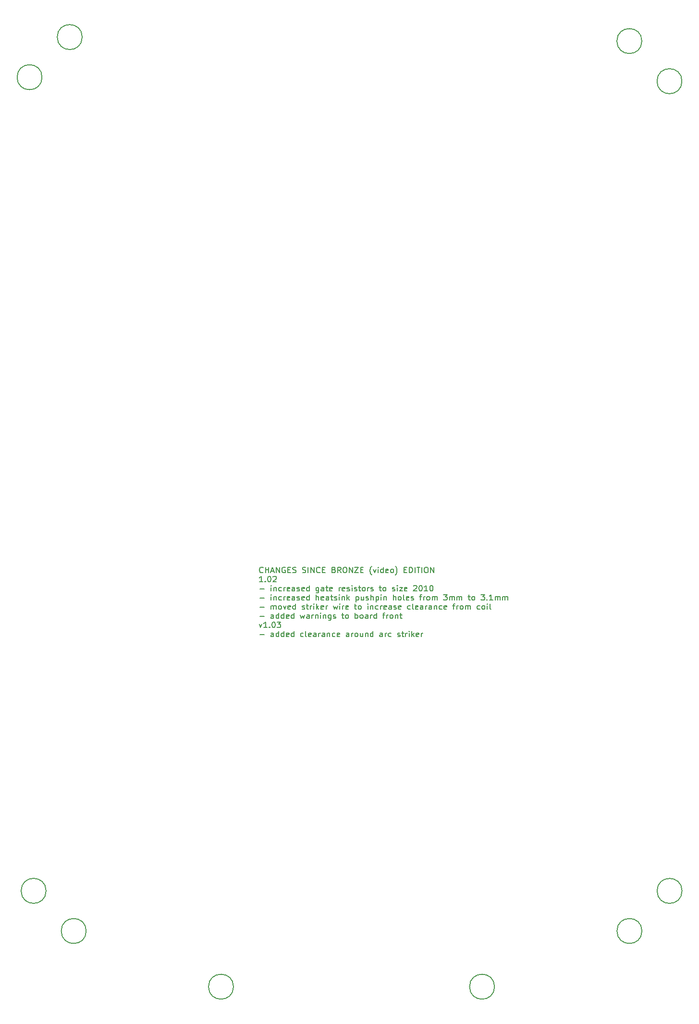
<source format=gbr>
%TF.GenerationSoftware,KiCad,Pcbnew,8.0.7*%
%TF.CreationDate,2025-01-02T06:30:13+11:00*%
%TF.ProjectId,plasma toroid unified,706c6173-6d61-4207-946f-726f69642075,v1.02*%
%TF.SameCoordinates,Original*%
%TF.FileFunction,Other,Comment*%
%FSLAX46Y46*%
G04 Gerber Fmt 4.6, Leading zero omitted, Abs format (unit mm)*
G04 Created by KiCad (PCBNEW 8.0.7) date 2025-01-02 06:30:13*
%MOMM*%
%LPD*%
G01*
G04 APERTURE LIST*
%ADD10C,0.150000*%
G04 APERTURE END LIST*
D10*
X184405917Y-157525626D02*
X184358298Y-157573246D01*
X184358298Y-157573246D02*
X184215441Y-157620865D01*
X184215441Y-157620865D02*
X184120203Y-157620865D01*
X184120203Y-157620865D02*
X183977346Y-157573246D01*
X183977346Y-157573246D02*
X183882108Y-157478007D01*
X183882108Y-157478007D02*
X183834489Y-157382769D01*
X183834489Y-157382769D02*
X183786870Y-157192293D01*
X183786870Y-157192293D02*
X183786870Y-157049436D01*
X183786870Y-157049436D02*
X183834489Y-156858960D01*
X183834489Y-156858960D02*
X183882108Y-156763722D01*
X183882108Y-156763722D02*
X183977346Y-156668484D01*
X183977346Y-156668484D02*
X184120203Y-156620865D01*
X184120203Y-156620865D02*
X184215441Y-156620865D01*
X184215441Y-156620865D02*
X184358298Y-156668484D01*
X184358298Y-156668484D02*
X184405917Y-156716103D01*
X184834489Y-157620865D02*
X184834489Y-156620865D01*
X184834489Y-157097055D02*
X185405917Y-157097055D01*
X185405917Y-157620865D02*
X185405917Y-156620865D01*
X185834489Y-157335150D02*
X186310679Y-157335150D01*
X185739251Y-157620865D02*
X186072584Y-156620865D01*
X186072584Y-156620865D02*
X186405917Y-157620865D01*
X186739251Y-157620865D02*
X186739251Y-156620865D01*
X186739251Y-156620865D02*
X187310679Y-157620865D01*
X187310679Y-157620865D02*
X187310679Y-156620865D01*
X188310679Y-156668484D02*
X188215441Y-156620865D01*
X188215441Y-156620865D02*
X188072584Y-156620865D01*
X188072584Y-156620865D02*
X187929727Y-156668484D01*
X187929727Y-156668484D02*
X187834489Y-156763722D01*
X187834489Y-156763722D02*
X187786870Y-156858960D01*
X187786870Y-156858960D02*
X187739251Y-157049436D01*
X187739251Y-157049436D02*
X187739251Y-157192293D01*
X187739251Y-157192293D02*
X187786870Y-157382769D01*
X187786870Y-157382769D02*
X187834489Y-157478007D01*
X187834489Y-157478007D02*
X187929727Y-157573246D01*
X187929727Y-157573246D02*
X188072584Y-157620865D01*
X188072584Y-157620865D02*
X188167822Y-157620865D01*
X188167822Y-157620865D02*
X188310679Y-157573246D01*
X188310679Y-157573246D02*
X188358298Y-157525626D01*
X188358298Y-157525626D02*
X188358298Y-157192293D01*
X188358298Y-157192293D02*
X188167822Y-157192293D01*
X188786870Y-157097055D02*
X189120203Y-157097055D01*
X189263060Y-157620865D02*
X188786870Y-157620865D01*
X188786870Y-157620865D02*
X188786870Y-156620865D01*
X188786870Y-156620865D02*
X189263060Y-156620865D01*
X189644013Y-157573246D02*
X189786870Y-157620865D01*
X189786870Y-157620865D02*
X190024965Y-157620865D01*
X190024965Y-157620865D02*
X190120203Y-157573246D01*
X190120203Y-157573246D02*
X190167822Y-157525626D01*
X190167822Y-157525626D02*
X190215441Y-157430388D01*
X190215441Y-157430388D02*
X190215441Y-157335150D01*
X190215441Y-157335150D02*
X190167822Y-157239912D01*
X190167822Y-157239912D02*
X190120203Y-157192293D01*
X190120203Y-157192293D02*
X190024965Y-157144674D01*
X190024965Y-157144674D02*
X189834489Y-157097055D01*
X189834489Y-157097055D02*
X189739251Y-157049436D01*
X189739251Y-157049436D02*
X189691632Y-157001817D01*
X189691632Y-157001817D02*
X189644013Y-156906579D01*
X189644013Y-156906579D02*
X189644013Y-156811341D01*
X189644013Y-156811341D02*
X189691632Y-156716103D01*
X189691632Y-156716103D02*
X189739251Y-156668484D01*
X189739251Y-156668484D02*
X189834489Y-156620865D01*
X189834489Y-156620865D02*
X190072584Y-156620865D01*
X190072584Y-156620865D02*
X190215441Y-156668484D01*
X191358299Y-157573246D02*
X191501156Y-157620865D01*
X191501156Y-157620865D02*
X191739251Y-157620865D01*
X191739251Y-157620865D02*
X191834489Y-157573246D01*
X191834489Y-157573246D02*
X191882108Y-157525626D01*
X191882108Y-157525626D02*
X191929727Y-157430388D01*
X191929727Y-157430388D02*
X191929727Y-157335150D01*
X191929727Y-157335150D02*
X191882108Y-157239912D01*
X191882108Y-157239912D02*
X191834489Y-157192293D01*
X191834489Y-157192293D02*
X191739251Y-157144674D01*
X191739251Y-157144674D02*
X191548775Y-157097055D01*
X191548775Y-157097055D02*
X191453537Y-157049436D01*
X191453537Y-157049436D02*
X191405918Y-157001817D01*
X191405918Y-157001817D02*
X191358299Y-156906579D01*
X191358299Y-156906579D02*
X191358299Y-156811341D01*
X191358299Y-156811341D02*
X191405918Y-156716103D01*
X191405918Y-156716103D02*
X191453537Y-156668484D01*
X191453537Y-156668484D02*
X191548775Y-156620865D01*
X191548775Y-156620865D02*
X191786870Y-156620865D01*
X191786870Y-156620865D02*
X191929727Y-156668484D01*
X192358299Y-157620865D02*
X192358299Y-156620865D01*
X192834489Y-157620865D02*
X192834489Y-156620865D01*
X192834489Y-156620865D02*
X193405917Y-157620865D01*
X193405917Y-157620865D02*
X193405917Y-156620865D01*
X194453536Y-157525626D02*
X194405917Y-157573246D01*
X194405917Y-157573246D02*
X194263060Y-157620865D01*
X194263060Y-157620865D02*
X194167822Y-157620865D01*
X194167822Y-157620865D02*
X194024965Y-157573246D01*
X194024965Y-157573246D02*
X193929727Y-157478007D01*
X193929727Y-157478007D02*
X193882108Y-157382769D01*
X193882108Y-157382769D02*
X193834489Y-157192293D01*
X193834489Y-157192293D02*
X193834489Y-157049436D01*
X193834489Y-157049436D02*
X193882108Y-156858960D01*
X193882108Y-156858960D02*
X193929727Y-156763722D01*
X193929727Y-156763722D02*
X194024965Y-156668484D01*
X194024965Y-156668484D02*
X194167822Y-156620865D01*
X194167822Y-156620865D02*
X194263060Y-156620865D01*
X194263060Y-156620865D02*
X194405917Y-156668484D01*
X194405917Y-156668484D02*
X194453536Y-156716103D01*
X194882108Y-157097055D02*
X195215441Y-157097055D01*
X195358298Y-157620865D02*
X194882108Y-157620865D01*
X194882108Y-157620865D02*
X194882108Y-156620865D01*
X194882108Y-156620865D02*
X195358298Y-156620865D01*
X196882108Y-157097055D02*
X197024965Y-157144674D01*
X197024965Y-157144674D02*
X197072584Y-157192293D01*
X197072584Y-157192293D02*
X197120203Y-157287531D01*
X197120203Y-157287531D02*
X197120203Y-157430388D01*
X197120203Y-157430388D02*
X197072584Y-157525626D01*
X197072584Y-157525626D02*
X197024965Y-157573246D01*
X197024965Y-157573246D02*
X196929727Y-157620865D01*
X196929727Y-157620865D02*
X196548775Y-157620865D01*
X196548775Y-157620865D02*
X196548775Y-156620865D01*
X196548775Y-156620865D02*
X196882108Y-156620865D01*
X196882108Y-156620865D02*
X196977346Y-156668484D01*
X196977346Y-156668484D02*
X197024965Y-156716103D01*
X197024965Y-156716103D02*
X197072584Y-156811341D01*
X197072584Y-156811341D02*
X197072584Y-156906579D01*
X197072584Y-156906579D02*
X197024965Y-157001817D01*
X197024965Y-157001817D02*
X196977346Y-157049436D01*
X196977346Y-157049436D02*
X196882108Y-157097055D01*
X196882108Y-157097055D02*
X196548775Y-157097055D01*
X198120203Y-157620865D02*
X197786870Y-157144674D01*
X197548775Y-157620865D02*
X197548775Y-156620865D01*
X197548775Y-156620865D02*
X197929727Y-156620865D01*
X197929727Y-156620865D02*
X198024965Y-156668484D01*
X198024965Y-156668484D02*
X198072584Y-156716103D01*
X198072584Y-156716103D02*
X198120203Y-156811341D01*
X198120203Y-156811341D02*
X198120203Y-156954198D01*
X198120203Y-156954198D02*
X198072584Y-157049436D01*
X198072584Y-157049436D02*
X198024965Y-157097055D01*
X198024965Y-157097055D02*
X197929727Y-157144674D01*
X197929727Y-157144674D02*
X197548775Y-157144674D01*
X198739251Y-156620865D02*
X198929727Y-156620865D01*
X198929727Y-156620865D02*
X199024965Y-156668484D01*
X199024965Y-156668484D02*
X199120203Y-156763722D01*
X199120203Y-156763722D02*
X199167822Y-156954198D01*
X199167822Y-156954198D02*
X199167822Y-157287531D01*
X199167822Y-157287531D02*
X199120203Y-157478007D01*
X199120203Y-157478007D02*
X199024965Y-157573246D01*
X199024965Y-157573246D02*
X198929727Y-157620865D01*
X198929727Y-157620865D02*
X198739251Y-157620865D01*
X198739251Y-157620865D02*
X198644013Y-157573246D01*
X198644013Y-157573246D02*
X198548775Y-157478007D01*
X198548775Y-157478007D02*
X198501156Y-157287531D01*
X198501156Y-157287531D02*
X198501156Y-156954198D01*
X198501156Y-156954198D02*
X198548775Y-156763722D01*
X198548775Y-156763722D02*
X198644013Y-156668484D01*
X198644013Y-156668484D02*
X198739251Y-156620865D01*
X199596394Y-157620865D02*
X199596394Y-156620865D01*
X199596394Y-156620865D02*
X200167822Y-157620865D01*
X200167822Y-157620865D02*
X200167822Y-156620865D01*
X200548775Y-156620865D02*
X201215441Y-156620865D01*
X201215441Y-156620865D02*
X200548775Y-157620865D01*
X200548775Y-157620865D02*
X201215441Y-157620865D01*
X201596394Y-157097055D02*
X201929727Y-157097055D01*
X202072584Y-157620865D02*
X201596394Y-157620865D01*
X201596394Y-157620865D02*
X201596394Y-156620865D01*
X201596394Y-156620865D02*
X202072584Y-156620865D01*
X203548775Y-158001817D02*
X203501156Y-157954198D01*
X203501156Y-157954198D02*
X203405918Y-157811341D01*
X203405918Y-157811341D02*
X203358299Y-157716103D01*
X203358299Y-157716103D02*
X203310680Y-157573246D01*
X203310680Y-157573246D02*
X203263061Y-157335150D01*
X203263061Y-157335150D02*
X203263061Y-157144674D01*
X203263061Y-157144674D02*
X203310680Y-156906579D01*
X203310680Y-156906579D02*
X203358299Y-156763722D01*
X203358299Y-156763722D02*
X203405918Y-156668484D01*
X203405918Y-156668484D02*
X203501156Y-156525626D01*
X203501156Y-156525626D02*
X203548775Y-156478007D01*
X203834490Y-156954198D02*
X204072585Y-157620865D01*
X204072585Y-157620865D02*
X204310680Y-156954198D01*
X204691633Y-157620865D02*
X204691633Y-156954198D01*
X204691633Y-156620865D02*
X204644014Y-156668484D01*
X204644014Y-156668484D02*
X204691633Y-156716103D01*
X204691633Y-156716103D02*
X204739252Y-156668484D01*
X204739252Y-156668484D02*
X204691633Y-156620865D01*
X204691633Y-156620865D02*
X204691633Y-156716103D01*
X205596394Y-157620865D02*
X205596394Y-156620865D01*
X205596394Y-157573246D02*
X205501156Y-157620865D01*
X205501156Y-157620865D02*
X205310680Y-157620865D01*
X205310680Y-157620865D02*
X205215442Y-157573246D01*
X205215442Y-157573246D02*
X205167823Y-157525626D01*
X205167823Y-157525626D02*
X205120204Y-157430388D01*
X205120204Y-157430388D02*
X205120204Y-157144674D01*
X205120204Y-157144674D02*
X205167823Y-157049436D01*
X205167823Y-157049436D02*
X205215442Y-157001817D01*
X205215442Y-157001817D02*
X205310680Y-156954198D01*
X205310680Y-156954198D02*
X205501156Y-156954198D01*
X205501156Y-156954198D02*
X205596394Y-157001817D01*
X206453537Y-157573246D02*
X206358299Y-157620865D01*
X206358299Y-157620865D02*
X206167823Y-157620865D01*
X206167823Y-157620865D02*
X206072585Y-157573246D01*
X206072585Y-157573246D02*
X206024966Y-157478007D01*
X206024966Y-157478007D02*
X206024966Y-157097055D01*
X206024966Y-157097055D02*
X206072585Y-157001817D01*
X206072585Y-157001817D02*
X206167823Y-156954198D01*
X206167823Y-156954198D02*
X206358299Y-156954198D01*
X206358299Y-156954198D02*
X206453537Y-157001817D01*
X206453537Y-157001817D02*
X206501156Y-157097055D01*
X206501156Y-157097055D02*
X206501156Y-157192293D01*
X206501156Y-157192293D02*
X206024966Y-157287531D01*
X207072585Y-157620865D02*
X206977347Y-157573246D01*
X206977347Y-157573246D02*
X206929728Y-157525626D01*
X206929728Y-157525626D02*
X206882109Y-157430388D01*
X206882109Y-157430388D02*
X206882109Y-157144674D01*
X206882109Y-157144674D02*
X206929728Y-157049436D01*
X206929728Y-157049436D02*
X206977347Y-157001817D01*
X206977347Y-157001817D02*
X207072585Y-156954198D01*
X207072585Y-156954198D02*
X207215442Y-156954198D01*
X207215442Y-156954198D02*
X207310680Y-157001817D01*
X207310680Y-157001817D02*
X207358299Y-157049436D01*
X207358299Y-157049436D02*
X207405918Y-157144674D01*
X207405918Y-157144674D02*
X207405918Y-157430388D01*
X207405918Y-157430388D02*
X207358299Y-157525626D01*
X207358299Y-157525626D02*
X207310680Y-157573246D01*
X207310680Y-157573246D02*
X207215442Y-157620865D01*
X207215442Y-157620865D02*
X207072585Y-157620865D01*
X207739252Y-158001817D02*
X207786871Y-157954198D01*
X207786871Y-157954198D02*
X207882109Y-157811341D01*
X207882109Y-157811341D02*
X207929728Y-157716103D01*
X207929728Y-157716103D02*
X207977347Y-157573246D01*
X207977347Y-157573246D02*
X208024966Y-157335150D01*
X208024966Y-157335150D02*
X208024966Y-157144674D01*
X208024966Y-157144674D02*
X207977347Y-156906579D01*
X207977347Y-156906579D02*
X207929728Y-156763722D01*
X207929728Y-156763722D02*
X207882109Y-156668484D01*
X207882109Y-156668484D02*
X207786871Y-156525626D01*
X207786871Y-156525626D02*
X207739252Y-156478007D01*
X209263062Y-157097055D02*
X209596395Y-157097055D01*
X209739252Y-157620865D02*
X209263062Y-157620865D01*
X209263062Y-157620865D02*
X209263062Y-156620865D01*
X209263062Y-156620865D02*
X209739252Y-156620865D01*
X210167824Y-157620865D02*
X210167824Y-156620865D01*
X210167824Y-156620865D02*
X210405919Y-156620865D01*
X210405919Y-156620865D02*
X210548776Y-156668484D01*
X210548776Y-156668484D02*
X210644014Y-156763722D01*
X210644014Y-156763722D02*
X210691633Y-156858960D01*
X210691633Y-156858960D02*
X210739252Y-157049436D01*
X210739252Y-157049436D02*
X210739252Y-157192293D01*
X210739252Y-157192293D02*
X210691633Y-157382769D01*
X210691633Y-157382769D02*
X210644014Y-157478007D01*
X210644014Y-157478007D02*
X210548776Y-157573246D01*
X210548776Y-157573246D02*
X210405919Y-157620865D01*
X210405919Y-157620865D02*
X210167824Y-157620865D01*
X211167824Y-157620865D02*
X211167824Y-156620865D01*
X211501157Y-156620865D02*
X212072585Y-156620865D01*
X211786871Y-157620865D02*
X211786871Y-156620865D01*
X212405919Y-157620865D02*
X212405919Y-156620865D01*
X213072585Y-156620865D02*
X213263061Y-156620865D01*
X213263061Y-156620865D02*
X213358299Y-156668484D01*
X213358299Y-156668484D02*
X213453537Y-156763722D01*
X213453537Y-156763722D02*
X213501156Y-156954198D01*
X213501156Y-156954198D02*
X213501156Y-157287531D01*
X213501156Y-157287531D02*
X213453537Y-157478007D01*
X213453537Y-157478007D02*
X213358299Y-157573246D01*
X213358299Y-157573246D02*
X213263061Y-157620865D01*
X213263061Y-157620865D02*
X213072585Y-157620865D01*
X213072585Y-157620865D02*
X212977347Y-157573246D01*
X212977347Y-157573246D02*
X212882109Y-157478007D01*
X212882109Y-157478007D02*
X212834490Y-157287531D01*
X212834490Y-157287531D02*
X212834490Y-156954198D01*
X212834490Y-156954198D02*
X212882109Y-156763722D01*
X212882109Y-156763722D02*
X212977347Y-156668484D01*
X212977347Y-156668484D02*
X213072585Y-156620865D01*
X213929728Y-157620865D02*
X213929728Y-156620865D01*
X213929728Y-156620865D02*
X214501156Y-157620865D01*
X214501156Y-157620865D02*
X214501156Y-156620865D01*
X184358298Y-159230809D02*
X183786870Y-159230809D01*
X184072584Y-159230809D02*
X184072584Y-158230809D01*
X184072584Y-158230809D02*
X183977346Y-158373666D01*
X183977346Y-158373666D02*
X183882108Y-158468904D01*
X183882108Y-158468904D02*
X183786870Y-158516523D01*
X184786870Y-159135570D02*
X184834489Y-159183190D01*
X184834489Y-159183190D02*
X184786870Y-159230809D01*
X184786870Y-159230809D02*
X184739251Y-159183190D01*
X184739251Y-159183190D02*
X184786870Y-159135570D01*
X184786870Y-159135570D02*
X184786870Y-159230809D01*
X185453536Y-158230809D02*
X185548774Y-158230809D01*
X185548774Y-158230809D02*
X185644012Y-158278428D01*
X185644012Y-158278428D02*
X185691631Y-158326047D01*
X185691631Y-158326047D02*
X185739250Y-158421285D01*
X185739250Y-158421285D02*
X185786869Y-158611761D01*
X185786869Y-158611761D02*
X185786869Y-158849856D01*
X185786869Y-158849856D02*
X185739250Y-159040332D01*
X185739250Y-159040332D02*
X185691631Y-159135570D01*
X185691631Y-159135570D02*
X185644012Y-159183190D01*
X185644012Y-159183190D02*
X185548774Y-159230809D01*
X185548774Y-159230809D02*
X185453536Y-159230809D01*
X185453536Y-159230809D02*
X185358298Y-159183190D01*
X185358298Y-159183190D02*
X185310679Y-159135570D01*
X185310679Y-159135570D02*
X185263060Y-159040332D01*
X185263060Y-159040332D02*
X185215441Y-158849856D01*
X185215441Y-158849856D02*
X185215441Y-158611761D01*
X185215441Y-158611761D02*
X185263060Y-158421285D01*
X185263060Y-158421285D02*
X185310679Y-158326047D01*
X185310679Y-158326047D02*
X185358298Y-158278428D01*
X185358298Y-158278428D02*
X185453536Y-158230809D01*
X186167822Y-158326047D02*
X186215441Y-158278428D01*
X186215441Y-158278428D02*
X186310679Y-158230809D01*
X186310679Y-158230809D02*
X186548774Y-158230809D01*
X186548774Y-158230809D02*
X186644012Y-158278428D01*
X186644012Y-158278428D02*
X186691631Y-158326047D01*
X186691631Y-158326047D02*
X186739250Y-158421285D01*
X186739250Y-158421285D02*
X186739250Y-158516523D01*
X186739250Y-158516523D02*
X186691631Y-158659380D01*
X186691631Y-158659380D02*
X186120203Y-159230809D01*
X186120203Y-159230809D02*
X186739250Y-159230809D01*
X183834489Y-160459800D02*
X184596394Y-160459800D01*
X185834489Y-160840753D02*
X185834489Y-160174086D01*
X185834489Y-159840753D02*
X185786870Y-159888372D01*
X185786870Y-159888372D02*
X185834489Y-159935991D01*
X185834489Y-159935991D02*
X185882108Y-159888372D01*
X185882108Y-159888372D02*
X185834489Y-159840753D01*
X185834489Y-159840753D02*
X185834489Y-159935991D01*
X186310679Y-160174086D02*
X186310679Y-160840753D01*
X186310679Y-160269324D02*
X186358298Y-160221705D01*
X186358298Y-160221705D02*
X186453536Y-160174086D01*
X186453536Y-160174086D02*
X186596393Y-160174086D01*
X186596393Y-160174086D02*
X186691631Y-160221705D01*
X186691631Y-160221705D02*
X186739250Y-160316943D01*
X186739250Y-160316943D02*
X186739250Y-160840753D01*
X187644012Y-160793134D02*
X187548774Y-160840753D01*
X187548774Y-160840753D02*
X187358298Y-160840753D01*
X187358298Y-160840753D02*
X187263060Y-160793134D01*
X187263060Y-160793134D02*
X187215441Y-160745514D01*
X187215441Y-160745514D02*
X187167822Y-160650276D01*
X187167822Y-160650276D02*
X187167822Y-160364562D01*
X187167822Y-160364562D02*
X187215441Y-160269324D01*
X187215441Y-160269324D02*
X187263060Y-160221705D01*
X187263060Y-160221705D02*
X187358298Y-160174086D01*
X187358298Y-160174086D02*
X187548774Y-160174086D01*
X187548774Y-160174086D02*
X187644012Y-160221705D01*
X188072584Y-160840753D02*
X188072584Y-160174086D01*
X188072584Y-160364562D02*
X188120203Y-160269324D01*
X188120203Y-160269324D02*
X188167822Y-160221705D01*
X188167822Y-160221705D02*
X188263060Y-160174086D01*
X188263060Y-160174086D02*
X188358298Y-160174086D01*
X189072584Y-160793134D02*
X188977346Y-160840753D01*
X188977346Y-160840753D02*
X188786870Y-160840753D01*
X188786870Y-160840753D02*
X188691632Y-160793134D01*
X188691632Y-160793134D02*
X188644013Y-160697895D01*
X188644013Y-160697895D02*
X188644013Y-160316943D01*
X188644013Y-160316943D02*
X188691632Y-160221705D01*
X188691632Y-160221705D02*
X188786870Y-160174086D01*
X188786870Y-160174086D02*
X188977346Y-160174086D01*
X188977346Y-160174086D02*
X189072584Y-160221705D01*
X189072584Y-160221705D02*
X189120203Y-160316943D01*
X189120203Y-160316943D02*
X189120203Y-160412181D01*
X189120203Y-160412181D02*
X188644013Y-160507419D01*
X189977346Y-160840753D02*
X189977346Y-160316943D01*
X189977346Y-160316943D02*
X189929727Y-160221705D01*
X189929727Y-160221705D02*
X189834489Y-160174086D01*
X189834489Y-160174086D02*
X189644013Y-160174086D01*
X189644013Y-160174086D02*
X189548775Y-160221705D01*
X189977346Y-160793134D02*
X189882108Y-160840753D01*
X189882108Y-160840753D02*
X189644013Y-160840753D01*
X189644013Y-160840753D02*
X189548775Y-160793134D01*
X189548775Y-160793134D02*
X189501156Y-160697895D01*
X189501156Y-160697895D02*
X189501156Y-160602657D01*
X189501156Y-160602657D02*
X189548775Y-160507419D01*
X189548775Y-160507419D02*
X189644013Y-160459800D01*
X189644013Y-160459800D02*
X189882108Y-160459800D01*
X189882108Y-160459800D02*
X189977346Y-160412181D01*
X190405918Y-160793134D02*
X190501156Y-160840753D01*
X190501156Y-160840753D02*
X190691632Y-160840753D01*
X190691632Y-160840753D02*
X190786870Y-160793134D01*
X190786870Y-160793134D02*
X190834489Y-160697895D01*
X190834489Y-160697895D02*
X190834489Y-160650276D01*
X190834489Y-160650276D02*
X190786870Y-160555038D01*
X190786870Y-160555038D02*
X190691632Y-160507419D01*
X190691632Y-160507419D02*
X190548775Y-160507419D01*
X190548775Y-160507419D02*
X190453537Y-160459800D01*
X190453537Y-160459800D02*
X190405918Y-160364562D01*
X190405918Y-160364562D02*
X190405918Y-160316943D01*
X190405918Y-160316943D02*
X190453537Y-160221705D01*
X190453537Y-160221705D02*
X190548775Y-160174086D01*
X190548775Y-160174086D02*
X190691632Y-160174086D01*
X190691632Y-160174086D02*
X190786870Y-160221705D01*
X191644013Y-160793134D02*
X191548775Y-160840753D01*
X191548775Y-160840753D02*
X191358299Y-160840753D01*
X191358299Y-160840753D02*
X191263061Y-160793134D01*
X191263061Y-160793134D02*
X191215442Y-160697895D01*
X191215442Y-160697895D02*
X191215442Y-160316943D01*
X191215442Y-160316943D02*
X191263061Y-160221705D01*
X191263061Y-160221705D02*
X191358299Y-160174086D01*
X191358299Y-160174086D02*
X191548775Y-160174086D01*
X191548775Y-160174086D02*
X191644013Y-160221705D01*
X191644013Y-160221705D02*
X191691632Y-160316943D01*
X191691632Y-160316943D02*
X191691632Y-160412181D01*
X191691632Y-160412181D02*
X191215442Y-160507419D01*
X192548775Y-160840753D02*
X192548775Y-159840753D01*
X192548775Y-160793134D02*
X192453537Y-160840753D01*
X192453537Y-160840753D02*
X192263061Y-160840753D01*
X192263061Y-160840753D02*
X192167823Y-160793134D01*
X192167823Y-160793134D02*
X192120204Y-160745514D01*
X192120204Y-160745514D02*
X192072585Y-160650276D01*
X192072585Y-160650276D02*
X192072585Y-160364562D01*
X192072585Y-160364562D02*
X192120204Y-160269324D01*
X192120204Y-160269324D02*
X192167823Y-160221705D01*
X192167823Y-160221705D02*
X192263061Y-160174086D01*
X192263061Y-160174086D02*
X192453537Y-160174086D01*
X192453537Y-160174086D02*
X192548775Y-160221705D01*
X194215442Y-160174086D02*
X194215442Y-160983610D01*
X194215442Y-160983610D02*
X194167823Y-161078848D01*
X194167823Y-161078848D02*
X194120204Y-161126467D01*
X194120204Y-161126467D02*
X194024966Y-161174086D01*
X194024966Y-161174086D02*
X193882109Y-161174086D01*
X193882109Y-161174086D02*
X193786871Y-161126467D01*
X194215442Y-160793134D02*
X194120204Y-160840753D01*
X194120204Y-160840753D02*
X193929728Y-160840753D01*
X193929728Y-160840753D02*
X193834490Y-160793134D01*
X193834490Y-160793134D02*
X193786871Y-160745514D01*
X193786871Y-160745514D02*
X193739252Y-160650276D01*
X193739252Y-160650276D02*
X193739252Y-160364562D01*
X193739252Y-160364562D02*
X193786871Y-160269324D01*
X193786871Y-160269324D02*
X193834490Y-160221705D01*
X193834490Y-160221705D02*
X193929728Y-160174086D01*
X193929728Y-160174086D02*
X194120204Y-160174086D01*
X194120204Y-160174086D02*
X194215442Y-160221705D01*
X195120204Y-160840753D02*
X195120204Y-160316943D01*
X195120204Y-160316943D02*
X195072585Y-160221705D01*
X195072585Y-160221705D02*
X194977347Y-160174086D01*
X194977347Y-160174086D02*
X194786871Y-160174086D01*
X194786871Y-160174086D02*
X194691633Y-160221705D01*
X195120204Y-160793134D02*
X195024966Y-160840753D01*
X195024966Y-160840753D02*
X194786871Y-160840753D01*
X194786871Y-160840753D02*
X194691633Y-160793134D01*
X194691633Y-160793134D02*
X194644014Y-160697895D01*
X194644014Y-160697895D02*
X194644014Y-160602657D01*
X194644014Y-160602657D02*
X194691633Y-160507419D01*
X194691633Y-160507419D02*
X194786871Y-160459800D01*
X194786871Y-160459800D02*
X195024966Y-160459800D01*
X195024966Y-160459800D02*
X195120204Y-160412181D01*
X195453538Y-160174086D02*
X195834490Y-160174086D01*
X195596395Y-159840753D02*
X195596395Y-160697895D01*
X195596395Y-160697895D02*
X195644014Y-160793134D01*
X195644014Y-160793134D02*
X195739252Y-160840753D01*
X195739252Y-160840753D02*
X195834490Y-160840753D01*
X196548776Y-160793134D02*
X196453538Y-160840753D01*
X196453538Y-160840753D02*
X196263062Y-160840753D01*
X196263062Y-160840753D02*
X196167824Y-160793134D01*
X196167824Y-160793134D02*
X196120205Y-160697895D01*
X196120205Y-160697895D02*
X196120205Y-160316943D01*
X196120205Y-160316943D02*
X196167824Y-160221705D01*
X196167824Y-160221705D02*
X196263062Y-160174086D01*
X196263062Y-160174086D02*
X196453538Y-160174086D01*
X196453538Y-160174086D02*
X196548776Y-160221705D01*
X196548776Y-160221705D02*
X196596395Y-160316943D01*
X196596395Y-160316943D02*
X196596395Y-160412181D01*
X196596395Y-160412181D02*
X196120205Y-160507419D01*
X197786872Y-160840753D02*
X197786872Y-160174086D01*
X197786872Y-160364562D02*
X197834491Y-160269324D01*
X197834491Y-160269324D02*
X197882110Y-160221705D01*
X197882110Y-160221705D02*
X197977348Y-160174086D01*
X197977348Y-160174086D02*
X198072586Y-160174086D01*
X198786872Y-160793134D02*
X198691634Y-160840753D01*
X198691634Y-160840753D02*
X198501158Y-160840753D01*
X198501158Y-160840753D02*
X198405920Y-160793134D01*
X198405920Y-160793134D02*
X198358301Y-160697895D01*
X198358301Y-160697895D02*
X198358301Y-160316943D01*
X198358301Y-160316943D02*
X198405920Y-160221705D01*
X198405920Y-160221705D02*
X198501158Y-160174086D01*
X198501158Y-160174086D02*
X198691634Y-160174086D01*
X198691634Y-160174086D02*
X198786872Y-160221705D01*
X198786872Y-160221705D02*
X198834491Y-160316943D01*
X198834491Y-160316943D02*
X198834491Y-160412181D01*
X198834491Y-160412181D02*
X198358301Y-160507419D01*
X199215444Y-160793134D02*
X199310682Y-160840753D01*
X199310682Y-160840753D02*
X199501158Y-160840753D01*
X199501158Y-160840753D02*
X199596396Y-160793134D01*
X199596396Y-160793134D02*
X199644015Y-160697895D01*
X199644015Y-160697895D02*
X199644015Y-160650276D01*
X199644015Y-160650276D02*
X199596396Y-160555038D01*
X199596396Y-160555038D02*
X199501158Y-160507419D01*
X199501158Y-160507419D02*
X199358301Y-160507419D01*
X199358301Y-160507419D02*
X199263063Y-160459800D01*
X199263063Y-160459800D02*
X199215444Y-160364562D01*
X199215444Y-160364562D02*
X199215444Y-160316943D01*
X199215444Y-160316943D02*
X199263063Y-160221705D01*
X199263063Y-160221705D02*
X199358301Y-160174086D01*
X199358301Y-160174086D02*
X199501158Y-160174086D01*
X199501158Y-160174086D02*
X199596396Y-160221705D01*
X200072587Y-160840753D02*
X200072587Y-160174086D01*
X200072587Y-159840753D02*
X200024968Y-159888372D01*
X200024968Y-159888372D02*
X200072587Y-159935991D01*
X200072587Y-159935991D02*
X200120206Y-159888372D01*
X200120206Y-159888372D02*
X200072587Y-159840753D01*
X200072587Y-159840753D02*
X200072587Y-159935991D01*
X200501158Y-160793134D02*
X200596396Y-160840753D01*
X200596396Y-160840753D02*
X200786872Y-160840753D01*
X200786872Y-160840753D02*
X200882110Y-160793134D01*
X200882110Y-160793134D02*
X200929729Y-160697895D01*
X200929729Y-160697895D02*
X200929729Y-160650276D01*
X200929729Y-160650276D02*
X200882110Y-160555038D01*
X200882110Y-160555038D02*
X200786872Y-160507419D01*
X200786872Y-160507419D02*
X200644015Y-160507419D01*
X200644015Y-160507419D02*
X200548777Y-160459800D01*
X200548777Y-160459800D02*
X200501158Y-160364562D01*
X200501158Y-160364562D02*
X200501158Y-160316943D01*
X200501158Y-160316943D02*
X200548777Y-160221705D01*
X200548777Y-160221705D02*
X200644015Y-160174086D01*
X200644015Y-160174086D02*
X200786872Y-160174086D01*
X200786872Y-160174086D02*
X200882110Y-160221705D01*
X201215444Y-160174086D02*
X201596396Y-160174086D01*
X201358301Y-159840753D02*
X201358301Y-160697895D01*
X201358301Y-160697895D02*
X201405920Y-160793134D01*
X201405920Y-160793134D02*
X201501158Y-160840753D01*
X201501158Y-160840753D02*
X201596396Y-160840753D01*
X202072587Y-160840753D02*
X201977349Y-160793134D01*
X201977349Y-160793134D02*
X201929730Y-160745514D01*
X201929730Y-160745514D02*
X201882111Y-160650276D01*
X201882111Y-160650276D02*
X201882111Y-160364562D01*
X201882111Y-160364562D02*
X201929730Y-160269324D01*
X201929730Y-160269324D02*
X201977349Y-160221705D01*
X201977349Y-160221705D02*
X202072587Y-160174086D01*
X202072587Y-160174086D02*
X202215444Y-160174086D01*
X202215444Y-160174086D02*
X202310682Y-160221705D01*
X202310682Y-160221705D02*
X202358301Y-160269324D01*
X202358301Y-160269324D02*
X202405920Y-160364562D01*
X202405920Y-160364562D02*
X202405920Y-160650276D01*
X202405920Y-160650276D02*
X202358301Y-160745514D01*
X202358301Y-160745514D02*
X202310682Y-160793134D01*
X202310682Y-160793134D02*
X202215444Y-160840753D01*
X202215444Y-160840753D02*
X202072587Y-160840753D01*
X202834492Y-160840753D02*
X202834492Y-160174086D01*
X202834492Y-160364562D02*
X202882111Y-160269324D01*
X202882111Y-160269324D02*
X202929730Y-160221705D01*
X202929730Y-160221705D02*
X203024968Y-160174086D01*
X203024968Y-160174086D02*
X203120206Y-160174086D01*
X203405921Y-160793134D02*
X203501159Y-160840753D01*
X203501159Y-160840753D02*
X203691635Y-160840753D01*
X203691635Y-160840753D02*
X203786873Y-160793134D01*
X203786873Y-160793134D02*
X203834492Y-160697895D01*
X203834492Y-160697895D02*
X203834492Y-160650276D01*
X203834492Y-160650276D02*
X203786873Y-160555038D01*
X203786873Y-160555038D02*
X203691635Y-160507419D01*
X203691635Y-160507419D02*
X203548778Y-160507419D01*
X203548778Y-160507419D02*
X203453540Y-160459800D01*
X203453540Y-160459800D02*
X203405921Y-160364562D01*
X203405921Y-160364562D02*
X203405921Y-160316943D01*
X203405921Y-160316943D02*
X203453540Y-160221705D01*
X203453540Y-160221705D02*
X203548778Y-160174086D01*
X203548778Y-160174086D02*
X203691635Y-160174086D01*
X203691635Y-160174086D02*
X203786873Y-160221705D01*
X204882112Y-160174086D02*
X205263064Y-160174086D01*
X205024969Y-159840753D02*
X205024969Y-160697895D01*
X205024969Y-160697895D02*
X205072588Y-160793134D01*
X205072588Y-160793134D02*
X205167826Y-160840753D01*
X205167826Y-160840753D02*
X205263064Y-160840753D01*
X205739255Y-160840753D02*
X205644017Y-160793134D01*
X205644017Y-160793134D02*
X205596398Y-160745514D01*
X205596398Y-160745514D02*
X205548779Y-160650276D01*
X205548779Y-160650276D02*
X205548779Y-160364562D01*
X205548779Y-160364562D02*
X205596398Y-160269324D01*
X205596398Y-160269324D02*
X205644017Y-160221705D01*
X205644017Y-160221705D02*
X205739255Y-160174086D01*
X205739255Y-160174086D02*
X205882112Y-160174086D01*
X205882112Y-160174086D02*
X205977350Y-160221705D01*
X205977350Y-160221705D02*
X206024969Y-160269324D01*
X206024969Y-160269324D02*
X206072588Y-160364562D01*
X206072588Y-160364562D02*
X206072588Y-160650276D01*
X206072588Y-160650276D02*
X206024969Y-160745514D01*
X206024969Y-160745514D02*
X205977350Y-160793134D01*
X205977350Y-160793134D02*
X205882112Y-160840753D01*
X205882112Y-160840753D02*
X205739255Y-160840753D01*
X207215446Y-160793134D02*
X207310684Y-160840753D01*
X207310684Y-160840753D02*
X207501160Y-160840753D01*
X207501160Y-160840753D02*
X207596398Y-160793134D01*
X207596398Y-160793134D02*
X207644017Y-160697895D01*
X207644017Y-160697895D02*
X207644017Y-160650276D01*
X207644017Y-160650276D02*
X207596398Y-160555038D01*
X207596398Y-160555038D02*
X207501160Y-160507419D01*
X207501160Y-160507419D02*
X207358303Y-160507419D01*
X207358303Y-160507419D02*
X207263065Y-160459800D01*
X207263065Y-160459800D02*
X207215446Y-160364562D01*
X207215446Y-160364562D02*
X207215446Y-160316943D01*
X207215446Y-160316943D02*
X207263065Y-160221705D01*
X207263065Y-160221705D02*
X207358303Y-160174086D01*
X207358303Y-160174086D02*
X207501160Y-160174086D01*
X207501160Y-160174086D02*
X207596398Y-160221705D01*
X208072589Y-160840753D02*
X208072589Y-160174086D01*
X208072589Y-159840753D02*
X208024970Y-159888372D01*
X208024970Y-159888372D02*
X208072589Y-159935991D01*
X208072589Y-159935991D02*
X208120208Y-159888372D01*
X208120208Y-159888372D02*
X208072589Y-159840753D01*
X208072589Y-159840753D02*
X208072589Y-159935991D01*
X208453541Y-160174086D02*
X208977350Y-160174086D01*
X208977350Y-160174086D02*
X208453541Y-160840753D01*
X208453541Y-160840753D02*
X208977350Y-160840753D01*
X209739255Y-160793134D02*
X209644017Y-160840753D01*
X209644017Y-160840753D02*
X209453541Y-160840753D01*
X209453541Y-160840753D02*
X209358303Y-160793134D01*
X209358303Y-160793134D02*
X209310684Y-160697895D01*
X209310684Y-160697895D02*
X209310684Y-160316943D01*
X209310684Y-160316943D02*
X209358303Y-160221705D01*
X209358303Y-160221705D02*
X209453541Y-160174086D01*
X209453541Y-160174086D02*
X209644017Y-160174086D01*
X209644017Y-160174086D02*
X209739255Y-160221705D01*
X209739255Y-160221705D02*
X209786874Y-160316943D01*
X209786874Y-160316943D02*
X209786874Y-160412181D01*
X209786874Y-160412181D02*
X209310684Y-160507419D01*
X210929732Y-159935991D02*
X210977351Y-159888372D01*
X210977351Y-159888372D02*
X211072589Y-159840753D01*
X211072589Y-159840753D02*
X211310684Y-159840753D01*
X211310684Y-159840753D02*
X211405922Y-159888372D01*
X211405922Y-159888372D02*
X211453541Y-159935991D01*
X211453541Y-159935991D02*
X211501160Y-160031229D01*
X211501160Y-160031229D02*
X211501160Y-160126467D01*
X211501160Y-160126467D02*
X211453541Y-160269324D01*
X211453541Y-160269324D02*
X210882113Y-160840753D01*
X210882113Y-160840753D02*
X211501160Y-160840753D01*
X212120208Y-159840753D02*
X212215446Y-159840753D01*
X212215446Y-159840753D02*
X212310684Y-159888372D01*
X212310684Y-159888372D02*
X212358303Y-159935991D01*
X212358303Y-159935991D02*
X212405922Y-160031229D01*
X212405922Y-160031229D02*
X212453541Y-160221705D01*
X212453541Y-160221705D02*
X212453541Y-160459800D01*
X212453541Y-160459800D02*
X212405922Y-160650276D01*
X212405922Y-160650276D02*
X212358303Y-160745514D01*
X212358303Y-160745514D02*
X212310684Y-160793134D01*
X212310684Y-160793134D02*
X212215446Y-160840753D01*
X212215446Y-160840753D02*
X212120208Y-160840753D01*
X212120208Y-160840753D02*
X212024970Y-160793134D01*
X212024970Y-160793134D02*
X211977351Y-160745514D01*
X211977351Y-160745514D02*
X211929732Y-160650276D01*
X211929732Y-160650276D02*
X211882113Y-160459800D01*
X211882113Y-160459800D02*
X211882113Y-160221705D01*
X211882113Y-160221705D02*
X211929732Y-160031229D01*
X211929732Y-160031229D02*
X211977351Y-159935991D01*
X211977351Y-159935991D02*
X212024970Y-159888372D01*
X212024970Y-159888372D02*
X212120208Y-159840753D01*
X213405922Y-160840753D02*
X212834494Y-160840753D01*
X213120208Y-160840753D02*
X213120208Y-159840753D01*
X213120208Y-159840753D02*
X213024970Y-159983610D01*
X213024970Y-159983610D02*
X212929732Y-160078848D01*
X212929732Y-160078848D02*
X212834494Y-160126467D01*
X214024970Y-159840753D02*
X214120208Y-159840753D01*
X214120208Y-159840753D02*
X214215446Y-159888372D01*
X214215446Y-159888372D02*
X214263065Y-159935991D01*
X214263065Y-159935991D02*
X214310684Y-160031229D01*
X214310684Y-160031229D02*
X214358303Y-160221705D01*
X214358303Y-160221705D02*
X214358303Y-160459800D01*
X214358303Y-160459800D02*
X214310684Y-160650276D01*
X214310684Y-160650276D02*
X214263065Y-160745514D01*
X214263065Y-160745514D02*
X214215446Y-160793134D01*
X214215446Y-160793134D02*
X214120208Y-160840753D01*
X214120208Y-160840753D02*
X214024970Y-160840753D01*
X214024970Y-160840753D02*
X213929732Y-160793134D01*
X213929732Y-160793134D02*
X213882113Y-160745514D01*
X213882113Y-160745514D02*
X213834494Y-160650276D01*
X213834494Y-160650276D02*
X213786875Y-160459800D01*
X213786875Y-160459800D02*
X213786875Y-160221705D01*
X213786875Y-160221705D02*
X213834494Y-160031229D01*
X213834494Y-160031229D02*
X213882113Y-159935991D01*
X213882113Y-159935991D02*
X213929732Y-159888372D01*
X213929732Y-159888372D02*
X214024970Y-159840753D01*
X183834489Y-162069744D02*
X184596394Y-162069744D01*
X185834489Y-162450697D02*
X185834489Y-161784030D01*
X185834489Y-161450697D02*
X185786870Y-161498316D01*
X185786870Y-161498316D02*
X185834489Y-161545935D01*
X185834489Y-161545935D02*
X185882108Y-161498316D01*
X185882108Y-161498316D02*
X185834489Y-161450697D01*
X185834489Y-161450697D02*
X185834489Y-161545935D01*
X186310679Y-161784030D02*
X186310679Y-162450697D01*
X186310679Y-161879268D02*
X186358298Y-161831649D01*
X186358298Y-161831649D02*
X186453536Y-161784030D01*
X186453536Y-161784030D02*
X186596393Y-161784030D01*
X186596393Y-161784030D02*
X186691631Y-161831649D01*
X186691631Y-161831649D02*
X186739250Y-161926887D01*
X186739250Y-161926887D02*
X186739250Y-162450697D01*
X187644012Y-162403078D02*
X187548774Y-162450697D01*
X187548774Y-162450697D02*
X187358298Y-162450697D01*
X187358298Y-162450697D02*
X187263060Y-162403078D01*
X187263060Y-162403078D02*
X187215441Y-162355458D01*
X187215441Y-162355458D02*
X187167822Y-162260220D01*
X187167822Y-162260220D02*
X187167822Y-161974506D01*
X187167822Y-161974506D02*
X187215441Y-161879268D01*
X187215441Y-161879268D02*
X187263060Y-161831649D01*
X187263060Y-161831649D02*
X187358298Y-161784030D01*
X187358298Y-161784030D02*
X187548774Y-161784030D01*
X187548774Y-161784030D02*
X187644012Y-161831649D01*
X188072584Y-162450697D02*
X188072584Y-161784030D01*
X188072584Y-161974506D02*
X188120203Y-161879268D01*
X188120203Y-161879268D02*
X188167822Y-161831649D01*
X188167822Y-161831649D02*
X188263060Y-161784030D01*
X188263060Y-161784030D02*
X188358298Y-161784030D01*
X189072584Y-162403078D02*
X188977346Y-162450697D01*
X188977346Y-162450697D02*
X188786870Y-162450697D01*
X188786870Y-162450697D02*
X188691632Y-162403078D01*
X188691632Y-162403078D02*
X188644013Y-162307839D01*
X188644013Y-162307839D02*
X188644013Y-161926887D01*
X188644013Y-161926887D02*
X188691632Y-161831649D01*
X188691632Y-161831649D02*
X188786870Y-161784030D01*
X188786870Y-161784030D02*
X188977346Y-161784030D01*
X188977346Y-161784030D02*
X189072584Y-161831649D01*
X189072584Y-161831649D02*
X189120203Y-161926887D01*
X189120203Y-161926887D02*
X189120203Y-162022125D01*
X189120203Y-162022125D02*
X188644013Y-162117363D01*
X189977346Y-162450697D02*
X189977346Y-161926887D01*
X189977346Y-161926887D02*
X189929727Y-161831649D01*
X189929727Y-161831649D02*
X189834489Y-161784030D01*
X189834489Y-161784030D02*
X189644013Y-161784030D01*
X189644013Y-161784030D02*
X189548775Y-161831649D01*
X189977346Y-162403078D02*
X189882108Y-162450697D01*
X189882108Y-162450697D02*
X189644013Y-162450697D01*
X189644013Y-162450697D02*
X189548775Y-162403078D01*
X189548775Y-162403078D02*
X189501156Y-162307839D01*
X189501156Y-162307839D02*
X189501156Y-162212601D01*
X189501156Y-162212601D02*
X189548775Y-162117363D01*
X189548775Y-162117363D02*
X189644013Y-162069744D01*
X189644013Y-162069744D02*
X189882108Y-162069744D01*
X189882108Y-162069744D02*
X189977346Y-162022125D01*
X190405918Y-162403078D02*
X190501156Y-162450697D01*
X190501156Y-162450697D02*
X190691632Y-162450697D01*
X190691632Y-162450697D02*
X190786870Y-162403078D01*
X190786870Y-162403078D02*
X190834489Y-162307839D01*
X190834489Y-162307839D02*
X190834489Y-162260220D01*
X190834489Y-162260220D02*
X190786870Y-162164982D01*
X190786870Y-162164982D02*
X190691632Y-162117363D01*
X190691632Y-162117363D02*
X190548775Y-162117363D01*
X190548775Y-162117363D02*
X190453537Y-162069744D01*
X190453537Y-162069744D02*
X190405918Y-161974506D01*
X190405918Y-161974506D02*
X190405918Y-161926887D01*
X190405918Y-161926887D02*
X190453537Y-161831649D01*
X190453537Y-161831649D02*
X190548775Y-161784030D01*
X190548775Y-161784030D02*
X190691632Y-161784030D01*
X190691632Y-161784030D02*
X190786870Y-161831649D01*
X191644013Y-162403078D02*
X191548775Y-162450697D01*
X191548775Y-162450697D02*
X191358299Y-162450697D01*
X191358299Y-162450697D02*
X191263061Y-162403078D01*
X191263061Y-162403078D02*
X191215442Y-162307839D01*
X191215442Y-162307839D02*
X191215442Y-161926887D01*
X191215442Y-161926887D02*
X191263061Y-161831649D01*
X191263061Y-161831649D02*
X191358299Y-161784030D01*
X191358299Y-161784030D02*
X191548775Y-161784030D01*
X191548775Y-161784030D02*
X191644013Y-161831649D01*
X191644013Y-161831649D02*
X191691632Y-161926887D01*
X191691632Y-161926887D02*
X191691632Y-162022125D01*
X191691632Y-162022125D02*
X191215442Y-162117363D01*
X192548775Y-162450697D02*
X192548775Y-161450697D01*
X192548775Y-162403078D02*
X192453537Y-162450697D01*
X192453537Y-162450697D02*
X192263061Y-162450697D01*
X192263061Y-162450697D02*
X192167823Y-162403078D01*
X192167823Y-162403078D02*
X192120204Y-162355458D01*
X192120204Y-162355458D02*
X192072585Y-162260220D01*
X192072585Y-162260220D02*
X192072585Y-161974506D01*
X192072585Y-161974506D02*
X192120204Y-161879268D01*
X192120204Y-161879268D02*
X192167823Y-161831649D01*
X192167823Y-161831649D02*
X192263061Y-161784030D01*
X192263061Y-161784030D02*
X192453537Y-161784030D01*
X192453537Y-161784030D02*
X192548775Y-161831649D01*
X193786871Y-162450697D02*
X193786871Y-161450697D01*
X194215442Y-162450697D02*
X194215442Y-161926887D01*
X194215442Y-161926887D02*
X194167823Y-161831649D01*
X194167823Y-161831649D02*
X194072585Y-161784030D01*
X194072585Y-161784030D02*
X193929728Y-161784030D01*
X193929728Y-161784030D02*
X193834490Y-161831649D01*
X193834490Y-161831649D02*
X193786871Y-161879268D01*
X195072585Y-162403078D02*
X194977347Y-162450697D01*
X194977347Y-162450697D02*
X194786871Y-162450697D01*
X194786871Y-162450697D02*
X194691633Y-162403078D01*
X194691633Y-162403078D02*
X194644014Y-162307839D01*
X194644014Y-162307839D02*
X194644014Y-161926887D01*
X194644014Y-161926887D02*
X194691633Y-161831649D01*
X194691633Y-161831649D02*
X194786871Y-161784030D01*
X194786871Y-161784030D02*
X194977347Y-161784030D01*
X194977347Y-161784030D02*
X195072585Y-161831649D01*
X195072585Y-161831649D02*
X195120204Y-161926887D01*
X195120204Y-161926887D02*
X195120204Y-162022125D01*
X195120204Y-162022125D02*
X194644014Y-162117363D01*
X195977347Y-162450697D02*
X195977347Y-161926887D01*
X195977347Y-161926887D02*
X195929728Y-161831649D01*
X195929728Y-161831649D02*
X195834490Y-161784030D01*
X195834490Y-161784030D02*
X195644014Y-161784030D01*
X195644014Y-161784030D02*
X195548776Y-161831649D01*
X195977347Y-162403078D02*
X195882109Y-162450697D01*
X195882109Y-162450697D02*
X195644014Y-162450697D01*
X195644014Y-162450697D02*
X195548776Y-162403078D01*
X195548776Y-162403078D02*
X195501157Y-162307839D01*
X195501157Y-162307839D02*
X195501157Y-162212601D01*
X195501157Y-162212601D02*
X195548776Y-162117363D01*
X195548776Y-162117363D02*
X195644014Y-162069744D01*
X195644014Y-162069744D02*
X195882109Y-162069744D01*
X195882109Y-162069744D02*
X195977347Y-162022125D01*
X196310681Y-161784030D02*
X196691633Y-161784030D01*
X196453538Y-161450697D02*
X196453538Y-162307839D01*
X196453538Y-162307839D02*
X196501157Y-162403078D01*
X196501157Y-162403078D02*
X196596395Y-162450697D01*
X196596395Y-162450697D02*
X196691633Y-162450697D01*
X196977348Y-162403078D02*
X197072586Y-162450697D01*
X197072586Y-162450697D02*
X197263062Y-162450697D01*
X197263062Y-162450697D02*
X197358300Y-162403078D01*
X197358300Y-162403078D02*
X197405919Y-162307839D01*
X197405919Y-162307839D02*
X197405919Y-162260220D01*
X197405919Y-162260220D02*
X197358300Y-162164982D01*
X197358300Y-162164982D02*
X197263062Y-162117363D01*
X197263062Y-162117363D02*
X197120205Y-162117363D01*
X197120205Y-162117363D02*
X197024967Y-162069744D01*
X197024967Y-162069744D02*
X196977348Y-161974506D01*
X196977348Y-161974506D02*
X196977348Y-161926887D01*
X196977348Y-161926887D02*
X197024967Y-161831649D01*
X197024967Y-161831649D02*
X197120205Y-161784030D01*
X197120205Y-161784030D02*
X197263062Y-161784030D01*
X197263062Y-161784030D02*
X197358300Y-161831649D01*
X197834491Y-162450697D02*
X197834491Y-161784030D01*
X197834491Y-161450697D02*
X197786872Y-161498316D01*
X197786872Y-161498316D02*
X197834491Y-161545935D01*
X197834491Y-161545935D02*
X197882110Y-161498316D01*
X197882110Y-161498316D02*
X197834491Y-161450697D01*
X197834491Y-161450697D02*
X197834491Y-161545935D01*
X198310681Y-161784030D02*
X198310681Y-162450697D01*
X198310681Y-161879268D02*
X198358300Y-161831649D01*
X198358300Y-161831649D02*
X198453538Y-161784030D01*
X198453538Y-161784030D02*
X198596395Y-161784030D01*
X198596395Y-161784030D02*
X198691633Y-161831649D01*
X198691633Y-161831649D02*
X198739252Y-161926887D01*
X198739252Y-161926887D02*
X198739252Y-162450697D01*
X199215443Y-162450697D02*
X199215443Y-161450697D01*
X199310681Y-162069744D02*
X199596395Y-162450697D01*
X199596395Y-161784030D02*
X199215443Y-162164982D01*
X200786872Y-161784030D02*
X200786872Y-162784030D01*
X200786872Y-161831649D02*
X200882110Y-161784030D01*
X200882110Y-161784030D02*
X201072586Y-161784030D01*
X201072586Y-161784030D02*
X201167824Y-161831649D01*
X201167824Y-161831649D02*
X201215443Y-161879268D01*
X201215443Y-161879268D02*
X201263062Y-161974506D01*
X201263062Y-161974506D02*
X201263062Y-162260220D01*
X201263062Y-162260220D02*
X201215443Y-162355458D01*
X201215443Y-162355458D02*
X201167824Y-162403078D01*
X201167824Y-162403078D02*
X201072586Y-162450697D01*
X201072586Y-162450697D02*
X200882110Y-162450697D01*
X200882110Y-162450697D02*
X200786872Y-162403078D01*
X202120205Y-161784030D02*
X202120205Y-162450697D01*
X201691634Y-161784030D02*
X201691634Y-162307839D01*
X201691634Y-162307839D02*
X201739253Y-162403078D01*
X201739253Y-162403078D02*
X201834491Y-162450697D01*
X201834491Y-162450697D02*
X201977348Y-162450697D01*
X201977348Y-162450697D02*
X202072586Y-162403078D01*
X202072586Y-162403078D02*
X202120205Y-162355458D01*
X202548777Y-162403078D02*
X202644015Y-162450697D01*
X202644015Y-162450697D02*
X202834491Y-162450697D01*
X202834491Y-162450697D02*
X202929729Y-162403078D01*
X202929729Y-162403078D02*
X202977348Y-162307839D01*
X202977348Y-162307839D02*
X202977348Y-162260220D01*
X202977348Y-162260220D02*
X202929729Y-162164982D01*
X202929729Y-162164982D02*
X202834491Y-162117363D01*
X202834491Y-162117363D02*
X202691634Y-162117363D01*
X202691634Y-162117363D02*
X202596396Y-162069744D01*
X202596396Y-162069744D02*
X202548777Y-161974506D01*
X202548777Y-161974506D02*
X202548777Y-161926887D01*
X202548777Y-161926887D02*
X202596396Y-161831649D01*
X202596396Y-161831649D02*
X202691634Y-161784030D01*
X202691634Y-161784030D02*
X202834491Y-161784030D01*
X202834491Y-161784030D02*
X202929729Y-161831649D01*
X203405920Y-162450697D02*
X203405920Y-161450697D01*
X203834491Y-162450697D02*
X203834491Y-161926887D01*
X203834491Y-161926887D02*
X203786872Y-161831649D01*
X203786872Y-161831649D02*
X203691634Y-161784030D01*
X203691634Y-161784030D02*
X203548777Y-161784030D01*
X203548777Y-161784030D02*
X203453539Y-161831649D01*
X203453539Y-161831649D02*
X203405920Y-161879268D01*
X204310682Y-161784030D02*
X204310682Y-162784030D01*
X204310682Y-161831649D02*
X204405920Y-161784030D01*
X204405920Y-161784030D02*
X204596396Y-161784030D01*
X204596396Y-161784030D02*
X204691634Y-161831649D01*
X204691634Y-161831649D02*
X204739253Y-161879268D01*
X204739253Y-161879268D02*
X204786872Y-161974506D01*
X204786872Y-161974506D02*
X204786872Y-162260220D01*
X204786872Y-162260220D02*
X204739253Y-162355458D01*
X204739253Y-162355458D02*
X204691634Y-162403078D01*
X204691634Y-162403078D02*
X204596396Y-162450697D01*
X204596396Y-162450697D02*
X204405920Y-162450697D01*
X204405920Y-162450697D02*
X204310682Y-162403078D01*
X205215444Y-162450697D02*
X205215444Y-161784030D01*
X205215444Y-161450697D02*
X205167825Y-161498316D01*
X205167825Y-161498316D02*
X205215444Y-161545935D01*
X205215444Y-161545935D02*
X205263063Y-161498316D01*
X205263063Y-161498316D02*
X205215444Y-161450697D01*
X205215444Y-161450697D02*
X205215444Y-161545935D01*
X205691634Y-161784030D02*
X205691634Y-162450697D01*
X205691634Y-161879268D02*
X205739253Y-161831649D01*
X205739253Y-161831649D02*
X205834491Y-161784030D01*
X205834491Y-161784030D02*
X205977348Y-161784030D01*
X205977348Y-161784030D02*
X206072586Y-161831649D01*
X206072586Y-161831649D02*
X206120205Y-161926887D01*
X206120205Y-161926887D02*
X206120205Y-162450697D01*
X207358301Y-162450697D02*
X207358301Y-161450697D01*
X207786872Y-162450697D02*
X207786872Y-161926887D01*
X207786872Y-161926887D02*
X207739253Y-161831649D01*
X207739253Y-161831649D02*
X207644015Y-161784030D01*
X207644015Y-161784030D02*
X207501158Y-161784030D01*
X207501158Y-161784030D02*
X207405920Y-161831649D01*
X207405920Y-161831649D02*
X207358301Y-161879268D01*
X208405920Y-162450697D02*
X208310682Y-162403078D01*
X208310682Y-162403078D02*
X208263063Y-162355458D01*
X208263063Y-162355458D02*
X208215444Y-162260220D01*
X208215444Y-162260220D02*
X208215444Y-161974506D01*
X208215444Y-161974506D02*
X208263063Y-161879268D01*
X208263063Y-161879268D02*
X208310682Y-161831649D01*
X208310682Y-161831649D02*
X208405920Y-161784030D01*
X208405920Y-161784030D02*
X208548777Y-161784030D01*
X208548777Y-161784030D02*
X208644015Y-161831649D01*
X208644015Y-161831649D02*
X208691634Y-161879268D01*
X208691634Y-161879268D02*
X208739253Y-161974506D01*
X208739253Y-161974506D02*
X208739253Y-162260220D01*
X208739253Y-162260220D02*
X208691634Y-162355458D01*
X208691634Y-162355458D02*
X208644015Y-162403078D01*
X208644015Y-162403078D02*
X208548777Y-162450697D01*
X208548777Y-162450697D02*
X208405920Y-162450697D01*
X209310682Y-162450697D02*
X209215444Y-162403078D01*
X209215444Y-162403078D02*
X209167825Y-162307839D01*
X209167825Y-162307839D02*
X209167825Y-161450697D01*
X210072587Y-162403078D02*
X209977349Y-162450697D01*
X209977349Y-162450697D02*
X209786873Y-162450697D01*
X209786873Y-162450697D02*
X209691635Y-162403078D01*
X209691635Y-162403078D02*
X209644016Y-162307839D01*
X209644016Y-162307839D02*
X209644016Y-161926887D01*
X209644016Y-161926887D02*
X209691635Y-161831649D01*
X209691635Y-161831649D02*
X209786873Y-161784030D01*
X209786873Y-161784030D02*
X209977349Y-161784030D01*
X209977349Y-161784030D02*
X210072587Y-161831649D01*
X210072587Y-161831649D02*
X210120206Y-161926887D01*
X210120206Y-161926887D02*
X210120206Y-162022125D01*
X210120206Y-162022125D02*
X209644016Y-162117363D01*
X210501159Y-162403078D02*
X210596397Y-162450697D01*
X210596397Y-162450697D02*
X210786873Y-162450697D01*
X210786873Y-162450697D02*
X210882111Y-162403078D01*
X210882111Y-162403078D02*
X210929730Y-162307839D01*
X210929730Y-162307839D02*
X210929730Y-162260220D01*
X210929730Y-162260220D02*
X210882111Y-162164982D01*
X210882111Y-162164982D02*
X210786873Y-162117363D01*
X210786873Y-162117363D02*
X210644016Y-162117363D01*
X210644016Y-162117363D02*
X210548778Y-162069744D01*
X210548778Y-162069744D02*
X210501159Y-161974506D01*
X210501159Y-161974506D02*
X210501159Y-161926887D01*
X210501159Y-161926887D02*
X210548778Y-161831649D01*
X210548778Y-161831649D02*
X210644016Y-161784030D01*
X210644016Y-161784030D02*
X210786873Y-161784030D01*
X210786873Y-161784030D02*
X210882111Y-161831649D01*
X211977350Y-161784030D02*
X212358302Y-161784030D01*
X212120207Y-162450697D02*
X212120207Y-161593554D01*
X212120207Y-161593554D02*
X212167826Y-161498316D01*
X212167826Y-161498316D02*
X212263064Y-161450697D01*
X212263064Y-161450697D02*
X212358302Y-161450697D01*
X212691636Y-162450697D02*
X212691636Y-161784030D01*
X212691636Y-161974506D02*
X212739255Y-161879268D01*
X212739255Y-161879268D02*
X212786874Y-161831649D01*
X212786874Y-161831649D02*
X212882112Y-161784030D01*
X212882112Y-161784030D02*
X212977350Y-161784030D01*
X213453541Y-162450697D02*
X213358303Y-162403078D01*
X213358303Y-162403078D02*
X213310684Y-162355458D01*
X213310684Y-162355458D02*
X213263065Y-162260220D01*
X213263065Y-162260220D02*
X213263065Y-161974506D01*
X213263065Y-161974506D02*
X213310684Y-161879268D01*
X213310684Y-161879268D02*
X213358303Y-161831649D01*
X213358303Y-161831649D02*
X213453541Y-161784030D01*
X213453541Y-161784030D02*
X213596398Y-161784030D01*
X213596398Y-161784030D02*
X213691636Y-161831649D01*
X213691636Y-161831649D02*
X213739255Y-161879268D01*
X213739255Y-161879268D02*
X213786874Y-161974506D01*
X213786874Y-161974506D02*
X213786874Y-162260220D01*
X213786874Y-162260220D02*
X213739255Y-162355458D01*
X213739255Y-162355458D02*
X213691636Y-162403078D01*
X213691636Y-162403078D02*
X213596398Y-162450697D01*
X213596398Y-162450697D02*
X213453541Y-162450697D01*
X214215446Y-162450697D02*
X214215446Y-161784030D01*
X214215446Y-161879268D02*
X214263065Y-161831649D01*
X214263065Y-161831649D02*
X214358303Y-161784030D01*
X214358303Y-161784030D02*
X214501160Y-161784030D01*
X214501160Y-161784030D02*
X214596398Y-161831649D01*
X214596398Y-161831649D02*
X214644017Y-161926887D01*
X214644017Y-161926887D02*
X214644017Y-162450697D01*
X214644017Y-161926887D02*
X214691636Y-161831649D01*
X214691636Y-161831649D02*
X214786874Y-161784030D01*
X214786874Y-161784030D02*
X214929731Y-161784030D01*
X214929731Y-161784030D02*
X215024970Y-161831649D01*
X215024970Y-161831649D02*
X215072589Y-161926887D01*
X215072589Y-161926887D02*
X215072589Y-162450697D01*
X216215446Y-161450697D02*
X216834493Y-161450697D01*
X216834493Y-161450697D02*
X216501160Y-161831649D01*
X216501160Y-161831649D02*
X216644017Y-161831649D01*
X216644017Y-161831649D02*
X216739255Y-161879268D01*
X216739255Y-161879268D02*
X216786874Y-161926887D01*
X216786874Y-161926887D02*
X216834493Y-162022125D01*
X216834493Y-162022125D02*
X216834493Y-162260220D01*
X216834493Y-162260220D02*
X216786874Y-162355458D01*
X216786874Y-162355458D02*
X216739255Y-162403078D01*
X216739255Y-162403078D02*
X216644017Y-162450697D01*
X216644017Y-162450697D02*
X216358303Y-162450697D01*
X216358303Y-162450697D02*
X216263065Y-162403078D01*
X216263065Y-162403078D02*
X216215446Y-162355458D01*
X217263065Y-162450697D02*
X217263065Y-161784030D01*
X217263065Y-161879268D02*
X217310684Y-161831649D01*
X217310684Y-161831649D02*
X217405922Y-161784030D01*
X217405922Y-161784030D02*
X217548779Y-161784030D01*
X217548779Y-161784030D02*
X217644017Y-161831649D01*
X217644017Y-161831649D02*
X217691636Y-161926887D01*
X217691636Y-161926887D02*
X217691636Y-162450697D01*
X217691636Y-161926887D02*
X217739255Y-161831649D01*
X217739255Y-161831649D02*
X217834493Y-161784030D01*
X217834493Y-161784030D02*
X217977350Y-161784030D01*
X217977350Y-161784030D02*
X218072589Y-161831649D01*
X218072589Y-161831649D02*
X218120208Y-161926887D01*
X218120208Y-161926887D02*
X218120208Y-162450697D01*
X218596398Y-162450697D02*
X218596398Y-161784030D01*
X218596398Y-161879268D02*
X218644017Y-161831649D01*
X218644017Y-161831649D02*
X218739255Y-161784030D01*
X218739255Y-161784030D02*
X218882112Y-161784030D01*
X218882112Y-161784030D02*
X218977350Y-161831649D01*
X218977350Y-161831649D02*
X219024969Y-161926887D01*
X219024969Y-161926887D02*
X219024969Y-162450697D01*
X219024969Y-161926887D02*
X219072588Y-161831649D01*
X219072588Y-161831649D02*
X219167826Y-161784030D01*
X219167826Y-161784030D02*
X219310683Y-161784030D01*
X219310683Y-161784030D02*
X219405922Y-161831649D01*
X219405922Y-161831649D02*
X219453541Y-161926887D01*
X219453541Y-161926887D02*
X219453541Y-162450697D01*
X220548779Y-161784030D02*
X220929731Y-161784030D01*
X220691636Y-161450697D02*
X220691636Y-162307839D01*
X220691636Y-162307839D02*
X220739255Y-162403078D01*
X220739255Y-162403078D02*
X220834493Y-162450697D01*
X220834493Y-162450697D02*
X220929731Y-162450697D01*
X221405922Y-162450697D02*
X221310684Y-162403078D01*
X221310684Y-162403078D02*
X221263065Y-162355458D01*
X221263065Y-162355458D02*
X221215446Y-162260220D01*
X221215446Y-162260220D02*
X221215446Y-161974506D01*
X221215446Y-161974506D02*
X221263065Y-161879268D01*
X221263065Y-161879268D02*
X221310684Y-161831649D01*
X221310684Y-161831649D02*
X221405922Y-161784030D01*
X221405922Y-161784030D02*
X221548779Y-161784030D01*
X221548779Y-161784030D02*
X221644017Y-161831649D01*
X221644017Y-161831649D02*
X221691636Y-161879268D01*
X221691636Y-161879268D02*
X221739255Y-161974506D01*
X221739255Y-161974506D02*
X221739255Y-162260220D01*
X221739255Y-162260220D02*
X221691636Y-162355458D01*
X221691636Y-162355458D02*
X221644017Y-162403078D01*
X221644017Y-162403078D02*
X221548779Y-162450697D01*
X221548779Y-162450697D02*
X221405922Y-162450697D01*
X222834494Y-161450697D02*
X223453541Y-161450697D01*
X223453541Y-161450697D02*
X223120208Y-161831649D01*
X223120208Y-161831649D02*
X223263065Y-161831649D01*
X223263065Y-161831649D02*
X223358303Y-161879268D01*
X223358303Y-161879268D02*
X223405922Y-161926887D01*
X223405922Y-161926887D02*
X223453541Y-162022125D01*
X223453541Y-162022125D02*
X223453541Y-162260220D01*
X223453541Y-162260220D02*
X223405922Y-162355458D01*
X223405922Y-162355458D02*
X223358303Y-162403078D01*
X223358303Y-162403078D02*
X223263065Y-162450697D01*
X223263065Y-162450697D02*
X222977351Y-162450697D01*
X222977351Y-162450697D02*
X222882113Y-162403078D01*
X222882113Y-162403078D02*
X222834494Y-162355458D01*
X223882113Y-162355458D02*
X223929732Y-162403078D01*
X223929732Y-162403078D02*
X223882113Y-162450697D01*
X223882113Y-162450697D02*
X223834494Y-162403078D01*
X223834494Y-162403078D02*
X223882113Y-162355458D01*
X223882113Y-162355458D02*
X223882113Y-162450697D01*
X224882112Y-162450697D02*
X224310684Y-162450697D01*
X224596398Y-162450697D02*
X224596398Y-161450697D01*
X224596398Y-161450697D02*
X224501160Y-161593554D01*
X224501160Y-161593554D02*
X224405922Y-161688792D01*
X224405922Y-161688792D02*
X224310684Y-161736411D01*
X225310684Y-162450697D02*
X225310684Y-161784030D01*
X225310684Y-161879268D02*
X225358303Y-161831649D01*
X225358303Y-161831649D02*
X225453541Y-161784030D01*
X225453541Y-161784030D02*
X225596398Y-161784030D01*
X225596398Y-161784030D02*
X225691636Y-161831649D01*
X225691636Y-161831649D02*
X225739255Y-161926887D01*
X225739255Y-161926887D02*
X225739255Y-162450697D01*
X225739255Y-161926887D02*
X225786874Y-161831649D01*
X225786874Y-161831649D02*
X225882112Y-161784030D01*
X225882112Y-161784030D02*
X226024969Y-161784030D01*
X226024969Y-161784030D02*
X226120208Y-161831649D01*
X226120208Y-161831649D02*
X226167827Y-161926887D01*
X226167827Y-161926887D02*
X226167827Y-162450697D01*
X226644017Y-162450697D02*
X226644017Y-161784030D01*
X226644017Y-161879268D02*
X226691636Y-161831649D01*
X226691636Y-161831649D02*
X226786874Y-161784030D01*
X226786874Y-161784030D02*
X226929731Y-161784030D01*
X226929731Y-161784030D02*
X227024969Y-161831649D01*
X227024969Y-161831649D02*
X227072588Y-161926887D01*
X227072588Y-161926887D02*
X227072588Y-162450697D01*
X227072588Y-161926887D02*
X227120207Y-161831649D01*
X227120207Y-161831649D02*
X227215445Y-161784030D01*
X227215445Y-161784030D02*
X227358302Y-161784030D01*
X227358302Y-161784030D02*
X227453541Y-161831649D01*
X227453541Y-161831649D02*
X227501160Y-161926887D01*
X227501160Y-161926887D02*
X227501160Y-162450697D01*
X183834489Y-163679688D02*
X184596394Y-163679688D01*
X185834489Y-164060641D02*
X185834489Y-163393974D01*
X185834489Y-163489212D02*
X185882108Y-163441593D01*
X185882108Y-163441593D02*
X185977346Y-163393974D01*
X185977346Y-163393974D02*
X186120203Y-163393974D01*
X186120203Y-163393974D02*
X186215441Y-163441593D01*
X186215441Y-163441593D02*
X186263060Y-163536831D01*
X186263060Y-163536831D02*
X186263060Y-164060641D01*
X186263060Y-163536831D02*
X186310679Y-163441593D01*
X186310679Y-163441593D02*
X186405917Y-163393974D01*
X186405917Y-163393974D02*
X186548774Y-163393974D01*
X186548774Y-163393974D02*
X186644013Y-163441593D01*
X186644013Y-163441593D02*
X186691632Y-163536831D01*
X186691632Y-163536831D02*
X186691632Y-164060641D01*
X187310679Y-164060641D02*
X187215441Y-164013022D01*
X187215441Y-164013022D02*
X187167822Y-163965402D01*
X187167822Y-163965402D02*
X187120203Y-163870164D01*
X187120203Y-163870164D02*
X187120203Y-163584450D01*
X187120203Y-163584450D02*
X187167822Y-163489212D01*
X187167822Y-163489212D02*
X187215441Y-163441593D01*
X187215441Y-163441593D02*
X187310679Y-163393974D01*
X187310679Y-163393974D02*
X187453536Y-163393974D01*
X187453536Y-163393974D02*
X187548774Y-163441593D01*
X187548774Y-163441593D02*
X187596393Y-163489212D01*
X187596393Y-163489212D02*
X187644012Y-163584450D01*
X187644012Y-163584450D02*
X187644012Y-163870164D01*
X187644012Y-163870164D02*
X187596393Y-163965402D01*
X187596393Y-163965402D02*
X187548774Y-164013022D01*
X187548774Y-164013022D02*
X187453536Y-164060641D01*
X187453536Y-164060641D02*
X187310679Y-164060641D01*
X187977346Y-163393974D02*
X188215441Y-164060641D01*
X188215441Y-164060641D02*
X188453536Y-163393974D01*
X189215441Y-164013022D02*
X189120203Y-164060641D01*
X189120203Y-164060641D02*
X188929727Y-164060641D01*
X188929727Y-164060641D02*
X188834489Y-164013022D01*
X188834489Y-164013022D02*
X188786870Y-163917783D01*
X188786870Y-163917783D02*
X188786870Y-163536831D01*
X188786870Y-163536831D02*
X188834489Y-163441593D01*
X188834489Y-163441593D02*
X188929727Y-163393974D01*
X188929727Y-163393974D02*
X189120203Y-163393974D01*
X189120203Y-163393974D02*
X189215441Y-163441593D01*
X189215441Y-163441593D02*
X189263060Y-163536831D01*
X189263060Y-163536831D02*
X189263060Y-163632069D01*
X189263060Y-163632069D02*
X188786870Y-163727307D01*
X190120203Y-164060641D02*
X190120203Y-163060641D01*
X190120203Y-164013022D02*
X190024965Y-164060641D01*
X190024965Y-164060641D02*
X189834489Y-164060641D01*
X189834489Y-164060641D02*
X189739251Y-164013022D01*
X189739251Y-164013022D02*
X189691632Y-163965402D01*
X189691632Y-163965402D02*
X189644013Y-163870164D01*
X189644013Y-163870164D02*
X189644013Y-163584450D01*
X189644013Y-163584450D02*
X189691632Y-163489212D01*
X189691632Y-163489212D02*
X189739251Y-163441593D01*
X189739251Y-163441593D02*
X189834489Y-163393974D01*
X189834489Y-163393974D02*
X190024965Y-163393974D01*
X190024965Y-163393974D02*
X190120203Y-163441593D01*
X191310680Y-164013022D02*
X191405918Y-164060641D01*
X191405918Y-164060641D02*
X191596394Y-164060641D01*
X191596394Y-164060641D02*
X191691632Y-164013022D01*
X191691632Y-164013022D02*
X191739251Y-163917783D01*
X191739251Y-163917783D02*
X191739251Y-163870164D01*
X191739251Y-163870164D02*
X191691632Y-163774926D01*
X191691632Y-163774926D02*
X191596394Y-163727307D01*
X191596394Y-163727307D02*
X191453537Y-163727307D01*
X191453537Y-163727307D02*
X191358299Y-163679688D01*
X191358299Y-163679688D02*
X191310680Y-163584450D01*
X191310680Y-163584450D02*
X191310680Y-163536831D01*
X191310680Y-163536831D02*
X191358299Y-163441593D01*
X191358299Y-163441593D02*
X191453537Y-163393974D01*
X191453537Y-163393974D02*
X191596394Y-163393974D01*
X191596394Y-163393974D02*
X191691632Y-163441593D01*
X192024966Y-163393974D02*
X192405918Y-163393974D01*
X192167823Y-163060641D02*
X192167823Y-163917783D01*
X192167823Y-163917783D02*
X192215442Y-164013022D01*
X192215442Y-164013022D02*
X192310680Y-164060641D01*
X192310680Y-164060641D02*
X192405918Y-164060641D01*
X192739252Y-164060641D02*
X192739252Y-163393974D01*
X192739252Y-163584450D02*
X192786871Y-163489212D01*
X192786871Y-163489212D02*
X192834490Y-163441593D01*
X192834490Y-163441593D02*
X192929728Y-163393974D01*
X192929728Y-163393974D02*
X193024966Y-163393974D01*
X193358300Y-164060641D02*
X193358300Y-163393974D01*
X193358300Y-163060641D02*
X193310681Y-163108260D01*
X193310681Y-163108260D02*
X193358300Y-163155879D01*
X193358300Y-163155879D02*
X193405919Y-163108260D01*
X193405919Y-163108260D02*
X193358300Y-163060641D01*
X193358300Y-163060641D02*
X193358300Y-163155879D01*
X193834490Y-164060641D02*
X193834490Y-163060641D01*
X193929728Y-163679688D02*
X194215442Y-164060641D01*
X194215442Y-163393974D02*
X193834490Y-163774926D01*
X195024966Y-164013022D02*
X194929728Y-164060641D01*
X194929728Y-164060641D02*
X194739252Y-164060641D01*
X194739252Y-164060641D02*
X194644014Y-164013022D01*
X194644014Y-164013022D02*
X194596395Y-163917783D01*
X194596395Y-163917783D02*
X194596395Y-163536831D01*
X194596395Y-163536831D02*
X194644014Y-163441593D01*
X194644014Y-163441593D02*
X194739252Y-163393974D01*
X194739252Y-163393974D02*
X194929728Y-163393974D01*
X194929728Y-163393974D02*
X195024966Y-163441593D01*
X195024966Y-163441593D02*
X195072585Y-163536831D01*
X195072585Y-163536831D02*
X195072585Y-163632069D01*
X195072585Y-163632069D02*
X194596395Y-163727307D01*
X195501157Y-164060641D02*
X195501157Y-163393974D01*
X195501157Y-163584450D02*
X195548776Y-163489212D01*
X195548776Y-163489212D02*
X195596395Y-163441593D01*
X195596395Y-163441593D02*
X195691633Y-163393974D01*
X195691633Y-163393974D02*
X195786871Y-163393974D01*
X196786872Y-163393974D02*
X196977348Y-164060641D01*
X196977348Y-164060641D02*
X197167824Y-163584450D01*
X197167824Y-163584450D02*
X197358300Y-164060641D01*
X197358300Y-164060641D02*
X197548776Y-163393974D01*
X197929729Y-164060641D02*
X197929729Y-163393974D01*
X197929729Y-163060641D02*
X197882110Y-163108260D01*
X197882110Y-163108260D02*
X197929729Y-163155879D01*
X197929729Y-163155879D02*
X197977348Y-163108260D01*
X197977348Y-163108260D02*
X197929729Y-163060641D01*
X197929729Y-163060641D02*
X197929729Y-163155879D01*
X198405919Y-164060641D02*
X198405919Y-163393974D01*
X198405919Y-163584450D02*
X198453538Y-163489212D01*
X198453538Y-163489212D02*
X198501157Y-163441593D01*
X198501157Y-163441593D02*
X198596395Y-163393974D01*
X198596395Y-163393974D02*
X198691633Y-163393974D01*
X199405919Y-164013022D02*
X199310681Y-164060641D01*
X199310681Y-164060641D02*
X199120205Y-164060641D01*
X199120205Y-164060641D02*
X199024967Y-164013022D01*
X199024967Y-164013022D02*
X198977348Y-163917783D01*
X198977348Y-163917783D02*
X198977348Y-163536831D01*
X198977348Y-163536831D02*
X199024967Y-163441593D01*
X199024967Y-163441593D02*
X199120205Y-163393974D01*
X199120205Y-163393974D02*
X199310681Y-163393974D01*
X199310681Y-163393974D02*
X199405919Y-163441593D01*
X199405919Y-163441593D02*
X199453538Y-163536831D01*
X199453538Y-163536831D02*
X199453538Y-163632069D01*
X199453538Y-163632069D02*
X198977348Y-163727307D01*
X200501158Y-163393974D02*
X200882110Y-163393974D01*
X200644015Y-163060641D02*
X200644015Y-163917783D01*
X200644015Y-163917783D02*
X200691634Y-164013022D01*
X200691634Y-164013022D02*
X200786872Y-164060641D01*
X200786872Y-164060641D02*
X200882110Y-164060641D01*
X201358301Y-164060641D02*
X201263063Y-164013022D01*
X201263063Y-164013022D02*
X201215444Y-163965402D01*
X201215444Y-163965402D02*
X201167825Y-163870164D01*
X201167825Y-163870164D02*
X201167825Y-163584450D01*
X201167825Y-163584450D02*
X201215444Y-163489212D01*
X201215444Y-163489212D02*
X201263063Y-163441593D01*
X201263063Y-163441593D02*
X201358301Y-163393974D01*
X201358301Y-163393974D02*
X201501158Y-163393974D01*
X201501158Y-163393974D02*
X201596396Y-163441593D01*
X201596396Y-163441593D02*
X201644015Y-163489212D01*
X201644015Y-163489212D02*
X201691634Y-163584450D01*
X201691634Y-163584450D02*
X201691634Y-163870164D01*
X201691634Y-163870164D02*
X201644015Y-163965402D01*
X201644015Y-163965402D02*
X201596396Y-164013022D01*
X201596396Y-164013022D02*
X201501158Y-164060641D01*
X201501158Y-164060641D02*
X201358301Y-164060641D01*
X202882111Y-164060641D02*
X202882111Y-163393974D01*
X202882111Y-163060641D02*
X202834492Y-163108260D01*
X202834492Y-163108260D02*
X202882111Y-163155879D01*
X202882111Y-163155879D02*
X202929730Y-163108260D01*
X202929730Y-163108260D02*
X202882111Y-163060641D01*
X202882111Y-163060641D02*
X202882111Y-163155879D01*
X203358301Y-163393974D02*
X203358301Y-164060641D01*
X203358301Y-163489212D02*
X203405920Y-163441593D01*
X203405920Y-163441593D02*
X203501158Y-163393974D01*
X203501158Y-163393974D02*
X203644015Y-163393974D01*
X203644015Y-163393974D02*
X203739253Y-163441593D01*
X203739253Y-163441593D02*
X203786872Y-163536831D01*
X203786872Y-163536831D02*
X203786872Y-164060641D01*
X204691634Y-164013022D02*
X204596396Y-164060641D01*
X204596396Y-164060641D02*
X204405920Y-164060641D01*
X204405920Y-164060641D02*
X204310682Y-164013022D01*
X204310682Y-164013022D02*
X204263063Y-163965402D01*
X204263063Y-163965402D02*
X204215444Y-163870164D01*
X204215444Y-163870164D02*
X204215444Y-163584450D01*
X204215444Y-163584450D02*
X204263063Y-163489212D01*
X204263063Y-163489212D02*
X204310682Y-163441593D01*
X204310682Y-163441593D02*
X204405920Y-163393974D01*
X204405920Y-163393974D02*
X204596396Y-163393974D01*
X204596396Y-163393974D02*
X204691634Y-163441593D01*
X205120206Y-164060641D02*
X205120206Y-163393974D01*
X205120206Y-163584450D02*
X205167825Y-163489212D01*
X205167825Y-163489212D02*
X205215444Y-163441593D01*
X205215444Y-163441593D02*
X205310682Y-163393974D01*
X205310682Y-163393974D02*
X205405920Y-163393974D01*
X206120206Y-164013022D02*
X206024968Y-164060641D01*
X206024968Y-164060641D02*
X205834492Y-164060641D01*
X205834492Y-164060641D02*
X205739254Y-164013022D01*
X205739254Y-164013022D02*
X205691635Y-163917783D01*
X205691635Y-163917783D02*
X205691635Y-163536831D01*
X205691635Y-163536831D02*
X205739254Y-163441593D01*
X205739254Y-163441593D02*
X205834492Y-163393974D01*
X205834492Y-163393974D02*
X206024968Y-163393974D01*
X206024968Y-163393974D02*
X206120206Y-163441593D01*
X206120206Y-163441593D02*
X206167825Y-163536831D01*
X206167825Y-163536831D02*
X206167825Y-163632069D01*
X206167825Y-163632069D02*
X205691635Y-163727307D01*
X207024968Y-164060641D02*
X207024968Y-163536831D01*
X207024968Y-163536831D02*
X206977349Y-163441593D01*
X206977349Y-163441593D02*
X206882111Y-163393974D01*
X206882111Y-163393974D02*
X206691635Y-163393974D01*
X206691635Y-163393974D02*
X206596397Y-163441593D01*
X207024968Y-164013022D02*
X206929730Y-164060641D01*
X206929730Y-164060641D02*
X206691635Y-164060641D01*
X206691635Y-164060641D02*
X206596397Y-164013022D01*
X206596397Y-164013022D02*
X206548778Y-163917783D01*
X206548778Y-163917783D02*
X206548778Y-163822545D01*
X206548778Y-163822545D02*
X206596397Y-163727307D01*
X206596397Y-163727307D02*
X206691635Y-163679688D01*
X206691635Y-163679688D02*
X206929730Y-163679688D01*
X206929730Y-163679688D02*
X207024968Y-163632069D01*
X207453540Y-164013022D02*
X207548778Y-164060641D01*
X207548778Y-164060641D02*
X207739254Y-164060641D01*
X207739254Y-164060641D02*
X207834492Y-164013022D01*
X207834492Y-164013022D02*
X207882111Y-163917783D01*
X207882111Y-163917783D02*
X207882111Y-163870164D01*
X207882111Y-163870164D02*
X207834492Y-163774926D01*
X207834492Y-163774926D02*
X207739254Y-163727307D01*
X207739254Y-163727307D02*
X207596397Y-163727307D01*
X207596397Y-163727307D02*
X207501159Y-163679688D01*
X207501159Y-163679688D02*
X207453540Y-163584450D01*
X207453540Y-163584450D02*
X207453540Y-163536831D01*
X207453540Y-163536831D02*
X207501159Y-163441593D01*
X207501159Y-163441593D02*
X207596397Y-163393974D01*
X207596397Y-163393974D02*
X207739254Y-163393974D01*
X207739254Y-163393974D02*
X207834492Y-163441593D01*
X208691635Y-164013022D02*
X208596397Y-164060641D01*
X208596397Y-164060641D02*
X208405921Y-164060641D01*
X208405921Y-164060641D02*
X208310683Y-164013022D01*
X208310683Y-164013022D02*
X208263064Y-163917783D01*
X208263064Y-163917783D02*
X208263064Y-163536831D01*
X208263064Y-163536831D02*
X208310683Y-163441593D01*
X208310683Y-163441593D02*
X208405921Y-163393974D01*
X208405921Y-163393974D02*
X208596397Y-163393974D01*
X208596397Y-163393974D02*
X208691635Y-163441593D01*
X208691635Y-163441593D02*
X208739254Y-163536831D01*
X208739254Y-163536831D02*
X208739254Y-163632069D01*
X208739254Y-163632069D02*
X208263064Y-163727307D01*
X210358302Y-164013022D02*
X210263064Y-164060641D01*
X210263064Y-164060641D02*
X210072588Y-164060641D01*
X210072588Y-164060641D02*
X209977350Y-164013022D01*
X209977350Y-164013022D02*
X209929731Y-163965402D01*
X209929731Y-163965402D02*
X209882112Y-163870164D01*
X209882112Y-163870164D02*
X209882112Y-163584450D01*
X209882112Y-163584450D02*
X209929731Y-163489212D01*
X209929731Y-163489212D02*
X209977350Y-163441593D01*
X209977350Y-163441593D02*
X210072588Y-163393974D01*
X210072588Y-163393974D02*
X210263064Y-163393974D01*
X210263064Y-163393974D02*
X210358302Y-163441593D01*
X210929731Y-164060641D02*
X210834493Y-164013022D01*
X210834493Y-164013022D02*
X210786874Y-163917783D01*
X210786874Y-163917783D02*
X210786874Y-163060641D01*
X211691636Y-164013022D02*
X211596398Y-164060641D01*
X211596398Y-164060641D02*
X211405922Y-164060641D01*
X211405922Y-164060641D02*
X211310684Y-164013022D01*
X211310684Y-164013022D02*
X211263065Y-163917783D01*
X211263065Y-163917783D02*
X211263065Y-163536831D01*
X211263065Y-163536831D02*
X211310684Y-163441593D01*
X211310684Y-163441593D02*
X211405922Y-163393974D01*
X211405922Y-163393974D02*
X211596398Y-163393974D01*
X211596398Y-163393974D02*
X211691636Y-163441593D01*
X211691636Y-163441593D02*
X211739255Y-163536831D01*
X211739255Y-163536831D02*
X211739255Y-163632069D01*
X211739255Y-163632069D02*
X211263065Y-163727307D01*
X212596398Y-164060641D02*
X212596398Y-163536831D01*
X212596398Y-163536831D02*
X212548779Y-163441593D01*
X212548779Y-163441593D02*
X212453541Y-163393974D01*
X212453541Y-163393974D02*
X212263065Y-163393974D01*
X212263065Y-163393974D02*
X212167827Y-163441593D01*
X212596398Y-164013022D02*
X212501160Y-164060641D01*
X212501160Y-164060641D02*
X212263065Y-164060641D01*
X212263065Y-164060641D02*
X212167827Y-164013022D01*
X212167827Y-164013022D02*
X212120208Y-163917783D01*
X212120208Y-163917783D02*
X212120208Y-163822545D01*
X212120208Y-163822545D02*
X212167827Y-163727307D01*
X212167827Y-163727307D02*
X212263065Y-163679688D01*
X212263065Y-163679688D02*
X212501160Y-163679688D01*
X212501160Y-163679688D02*
X212596398Y-163632069D01*
X213072589Y-164060641D02*
X213072589Y-163393974D01*
X213072589Y-163584450D02*
X213120208Y-163489212D01*
X213120208Y-163489212D02*
X213167827Y-163441593D01*
X213167827Y-163441593D02*
X213263065Y-163393974D01*
X213263065Y-163393974D02*
X213358303Y-163393974D01*
X214120208Y-164060641D02*
X214120208Y-163536831D01*
X214120208Y-163536831D02*
X214072589Y-163441593D01*
X214072589Y-163441593D02*
X213977351Y-163393974D01*
X213977351Y-163393974D02*
X213786875Y-163393974D01*
X213786875Y-163393974D02*
X213691637Y-163441593D01*
X214120208Y-164013022D02*
X214024970Y-164060641D01*
X214024970Y-164060641D02*
X213786875Y-164060641D01*
X213786875Y-164060641D02*
X213691637Y-164013022D01*
X213691637Y-164013022D02*
X213644018Y-163917783D01*
X213644018Y-163917783D02*
X213644018Y-163822545D01*
X213644018Y-163822545D02*
X213691637Y-163727307D01*
X213691637Y-163727307D02*
X213786875Y-163679688D01*
X213786875Y-163679688D02*
X214024970Y-163679688D01*
X214024970Y-163679688D02*
X214120208Y-163632069D01*
X214596399Y-163393974D02*
X214596399Y-164060641D01*
X214596399Y-163489212D02*
X214644018Y-163441593D01*
X214644018Y-163441593D02*
X214739256Y-163393974D01*
X214739256Y-163393974D02*
X214882113Y-163393974D01*
X214882113Y-163393974D02*
X214977351Y-163441593D01*
X214977351Y-163441593D02*
X215024970Y-163536831D01*
X215024970Y-163536831D02*
X215024970Y-164060641D01*
X215929732Y-164013022D02*
X215834494Y-164060641D01*
X215834494Y-164060641D02*
X215644018Y-164060641D01*
X215644018Y-164060641D02*
X215548780Y-164013022D01*
X215548780Y-164013022D02*
X215501161Y-163965402D01*
X215501161Y-163965402D02*
X215453542Y-163870164D01*
X215453542Y-163870164D02*
X215453542Y-163584450D01*
X215453542Y-163584450D02*
X215501161Y-163489212D01*
X215501161Y-163489212D02*
X215548780Y-163441593D01*
X215548780Y-163441593D02*
X215644018Y-163393974D01*
X215644018Y-163393974D02*
X215834494Y-163393974D01*
X215834494Y-163393974D02*
X215929732Y-163441593D01*
X216739256Y-164013022D02*
X216644018Y-164060641D01*
X216644018Y-164060641D02*
X216453542Y-164060641D01*
X216453542Y-164060641D02*
X216358304Y-164013022D01*
X216358304Y-164013022D02*
X216310685Y-163917783D01*
X216310685Y-163917783D02*
X216310685Y-163536831D01*
X216310685Y-163536831D02*
X216358304Y-163441593D01*
X216358304Y-163441593D02*
X216453542Y-163393974D01*
X216453542Y-163393974D02*
X216644018Y-163393974D01*
X216644018Y-163393974D02*
X216739256Y-163441593D01*
X216739256Y-163441593D02*
X216786875Y-163536831D01*
X216786875Y-163536831D02*
X216786875Y-163632069D01*
X216786875Y-163632069D02*
X216310685Y-163727307D01*
X217834495Y-163393974D02*
X218215447Y-163393974D01*
X217977352Y-164060641D02*
X217977352Y-163203498D01*
X217977352Y-163203498D02*
X218024971Y-163108260D01*
X218024971Y-163108260D02*
X218120209Y-163060641D01*
X218120209Y-163060641D02*
X218215447Y-163060641D01*
X218548781Y-164060641D02*
X218548781Y-163393974D01*
X218548781Y-163584450D02*
X218596400Y-163489212D01*
X218596400Y-163489212D02*
X218644019Y-163441593D01*
X218644019Y-163441593D02*
X218739257Y-163393974D01*
X218739257Y-163393974D02*
X218834495Y-163393974D01*
X219310686Y-164060641D02*
X219215448Y-164013022D01*
X219215448Y-164013022D02*
X219167829Y-163965402D01*
X219167829Y-163965402D02*
X219120210Y-163870164D01*
X219120210Y-163870164D02*
X219120210Y-163584450D01*
X219120210Y-163584450D02*
X219167829Y-163489212D01*
X219167829Y-163489212D02*
X219215448Y-163441593D01*
X219215448Y-163441593D02*
X219310686Y-163393974D01*
X219310686Y-163393974D02*
X219453543Y-163393974D01*
X219453543Y-163393974D02*
X219548781Y-163441593D01*
X219548781Y-163441593D02*
X219596400Y-163489212D01*
X219596400Y-163489212D02*
X219644019Y-163584450D01*
X219644019Y-163584450D02*
X219644019Y-163870164D01*
X219644019Y-163870164D02*
X219596400Y-163965402D01*
X219596400Y-163965402D02*
X219548781Y-164013022D01*
X219548781Y-164013022D02*
X219453543Y-164060641D01*
X219453543Y-164060641D02*
X219310686Y-164060641D01*
X220072591Y-164060641D02*
X220072591Y-163393974D01*
X220072591Y-163489212D02*
X220120210Y-163441593D01*
X220120210Y-163441593D02*
X220215448Y-163393974D01*
X220215448Y-163393974D02*
X220358305Y-163393974D01*
X220358305Y-163393974D02*
X220453543Y-163441593D01*
X220453543Y-163441593D02*
X220501162Y-163536831D01*
X220501162Y-163536831D02*
X220501162Y-164060641D01*
X220501162Y-163536831D02*
X220548781Y-163441593D01*
X220548781Y-163441593D02*
X220644019Y-163393974D01*
X220644019Y-163393974D02*
X220786876Y-163393974D01*
X220786876Y-163393974D02*
X220882115Y-163441593D01*
X220882115Y-163441593D02*
X220929734Y-163536831D01*
X220929734Y-163536831D02*
X220929734Y-164060641D01*
X222596400Y-164013022D02*
X222501162Y-164060641D01*
X222501162Y-164060641D02*
X222310686Y-164060641D01*
X222310686Y-164060641D02*
X222215448Y-164013022D01*
X222215448Y-164013022D02*
X222167829Y-163965402D01*
X222167829Y-163965402D02*
X222120210Y-163870164D01*
X222120210Y-163870164D02*
X222120210Y-163584450D01*
X222120210Y-163584450D02*
X222167829Y-163489212D01*
X222167829Y-163489212D02*
X222215448Y-163441593D01*
X222215448Y-163441593D02*
X222310686Y-163393974D01*
X222310686Y-163393974D02*
X222501162Y-163393974D01*
X222501162Y-163393974D02*
X222596400Y-163441593D01*
X223167829Y-164060641D02*
X223072591Y-164013022D01*
X223072591Y-164013022D02*
X223024972Y-163965402D01*
X223024972Y-163965402D02*
X222977353Y-163870164D01*
X222977353Y-163870164D02*
X222977353Y-163584450D01*
X222977353Y-163584450D02*
X223024972Y-163489212D01*
X223024972Y-163489212D02*
X223072591Y-163441593D01*
X223072591Y-163441593D02*
X223167829Y-163393974D01*
X223167829Y-163393974D02*
X223310686Y-163393974D01*
X223310686Y-163393974D02*
X223405924Y-163441593D01*
X223405924Y-163441593D02*
X223453543Y-163489212D01*
X223453543Y-163489212D02*
X223501162Y-163584450D01*
X223501162Y-163584450D02*
X223501162Y-163870164D01*
X223501162Y-163870164D02*
X223453543Y-163965402D01*
X223453543Y-163965402D02*
X223405924Y-164013022D01*
X223405924Y-164013022D02*
X223310686Y-164060641D01*
X223310686Y-164060641D02*
X223167829Y-164060641D01*
X223929734Y-164060641D02*
X223929734Y-163393974D01*
X223929734Y-163060641D02*
X223882115Y-163108260D01*
X223882115Y-163108260D02*
X223929734Y-163155879D01*
X223929734Y-163155879D02*
X223977353Y-163108260D01*
X223977353Y-163108260D02*
X223929734Y-163060641D01*
X223929734Y-163060641D02*
X223929734Y-163155879D01*
X224548781Y-164060641D02*
X224453543Y-164013022D01*
X224453543Y-164013022D02*
X224405924Y-163917783D01*
X224405924Y-163917783D02*
X224405924Y-163060641D01*
X183834489Y-165289632D02*
X184596394Y-165289632D01*
X186263060Y-165670585D02*
X186263060Y-165146775D01*
X186263060Y-165146775D02*
X186215441Y-165051537D01*
X186215441Y-165051537D02*
X186120203Y-165003918D01*
X186120203Y-165003918D02*
X185929727Y-165003918D01*
X185929727Y-165003918D02*
X185834489Y-165051537D01*
X186263060Y-165622966D02*
X186167822Y-165670585D01*
X186167822Y-165670585D02*
X185929727Y-165670585D01*
X185929727Y-165670585D02*
X185834489Y-165622966D01*
X185834489Y-165622966D02*
X185786870Y-165527727D01*
X185786870Y-165527727D02*
X185786870Y-165432489D01*
X185786870Y-165432489D02*
X185834489Y-165337251D01*
X185834489Y-165337251D02*
X185929727Y-165289632D01*
X185929727Y-165289632D02*
X186167822Y-165289632D01*
X186167822Y-165289632D02*
X186263060Y-165242013D01*
X187167822Y-165670585D02*
X187167822Y-164670585D01*
X187167822Y-165622966D02*
X187072584Y-165670585D01*
X187072584Y-165670585D02*
X186882108Y-165670585D01*
X186882108Y-165670585D02*
X186786870Y-165622966D01*
X186786870Y-165622966D02*
X186739251Y-165575346D01*
X186739251Y-165575346D02*
X186691632Y-165480108D01*
X186691632Y-165480108D02*
X186691632Y-165194394D01*
X186691632Y-165194394D02*
X186739251Y-165099156D01*
X186739251Y-165099156D02*
X186786870Y-165051537D01*
X186786870Y-165051537D02*
X186882108Y-165003918D01*
X186882108Y-165003918D02*
X187072584Y-165003918D01*
X187072584Y-165003918D02*
X187167822Y-165051537D01*
X188072584Y-165670585D02*
X188072584Y-164670585D01*
X188072584Y-165622966D02*
X187977346Y-165670585D01*
X187977346Y-165670585D02*
X187786870Y-165670585D01*
X187786870Y-165670585D02*
X187691632Y-165622966D01*
X187691632Y-165622966D02*
X187644013Y-165575346D01*
X187644013Y-165575346D02*
X187596394Y-165480108D01*
X187596394Y-165480108D02*
X187596394Y-165194394D01*
X187596394Y-165194394D02*
X187644013Y-165099156D01*
X187644013Y-165099156D02*
X187691632Y-165051537D01*
X187691632Y-165051537D02*
X187786870Y-165003918D01*
X187786870Y-165003918D02*
X187977346Y-165003918D01*
X187977346Y-165003918D02*
X188072584Y-165051537D01*
X188929727Y-165622966D02*
X188834489Y-165670585D01*
X188834489Y-165670585D02*
X188644013Y-165670585D01*
X188644013Y-165670585D02*
X188548775Y-165622966D01*
X188548775Y-165622966D02*
X188501156Y-165527727D01*
X188501156Y-165527727D02*
X188501156Y-165146775D01*
X188501156Y-165146775D02*
X188548775Y-165051537D01*
X188548775Y-165051537D02*
X188644013Y-165003918D01*
X188644013Y-165003918D02*
X188834489Y-165003918D01*
X188834489Y-165003918D02*
X188929727Y-165051537D01*
X188929727Y-165051537D02*
X188977346Y-165146775D01*
X188977346Y-165146775D02*
X188977346Y-165242013D01*
X188977346Y-165242013D02*
X188501156Y-165337251D01*
X189834489Y-165670585D02*
X189834489Y-164670585D01*
X189834489Y-165622966D02*
X189739251Y-165670585D01*
X189739251Y-165670585D02*
X189548775Y-165670585D01*
X189548775Y-165670585D02*
X189453537Y-165622966D01*
X189453537Y-165622966D02*
X189405918Y-165575346D01*
X189405918Y-165575346D02*
X189358299Y-165480108D01*
X189358299Y-165480108D02*
X189358299Y-165194394D01*
X189358299Y-165194394D02*
X189405918Y-165099156D01*
X189405918Y-165099156D02*
X189453537Y-165051537D01*
X189453537Y-165051537D02*
X189548775Y-165003918D01*
X189548775Y-165003918D02*
X189739251Y-165003918D01*
X189739251Y-165003918D02*
X189834489Y-165051537D01*
X190977347Y-165003918D02*
X191167823Y-165670585D01*
X191167823Y-165670585D02*
X191358299Y-165194394D01*
X191358299Y-165194394D02*
X191548775Y-165670585D01*
X191548775Y-165670585D02*
X191739251Y-165003918D01*
X192548775Y-165670585D02*
X192548775Y-165146775D01*
X192548775Y-165146775D02*
X192501156Y-165051537D01*
X192501156Y-165051537D02*
X192405918Y-165003918D01*
X192405918Y-165003918D02*
X192215442Y-165003918D01*
X192215442Y-165003918D02*
X192120204Y-165051537D01*
X192548775Y-165622966D02*
X192453537Y-165670585D01*
X192453537Y-165670585D02*
X192215442Y-165670585D01*
X192215442Y-165670585D02*
X192120204Y-165622966D01*
X192120204Y-165622966D02*
X192072585Y-165527727D01*
X192072585Y-165527727D02*
X192072585Y-165432489D01*
X192072585Y-165432489D02*
X192120204Y-165337251D01*
X192120204Y-165337251D02*
X192215442Y-165289632D01*
X192215442Y-165289632D02*
X192453537Y-165289632D01*
X192453537Y-165289632D02*
X192548775Y-165242013D01*
X193024966Y-165670585D02*
X193024966Y-165003918D01*
X193024966Y-165194394D02*
X193072585Y-165099156D01*
X193072585Y-165099156D02*
X193120204Y-165051537D01*
X193120204Y-165051537D02*
X193215442Y-165003918D01*
X193215442Y-165003918D02*
X193310680Y-165003918D01*
X193644014Y-165003918D02*
X193644014Y-165670585D01*
X193644014Y-165099156D02*
X193691633Y-165051537D01*
X193691633Y-165051537D02*
X193786871Y-165003918D01*
X193786871Y-165003918D02*
X193929728Y-165003918D01*
X193929728Y-165003918D02*
X194024966Y-165051537D01*
X194024966Y-165051537D02*
X194072585Y-165146775D01*
X194072585Y-165146775D02*
X194072585Y-165670585D01*
X194548776Y-165670585D02*
X194548776Y-165003918D01*
X194548776Y-164670585D02*
X194501157Y-164718204D01*
X194501157Y-164718204D02*
X194548776Y-164765823D01*
X194548776Y-164765823D02*
X194596395Y-164718204D01*
X194596395Y-164718204D02*
X194548776Y-164670585D01*
X194548776Y-164670585D02*
X194548776Y-164765823D01*
X195024966Y-165003918D02*
X195024966Y-165670585D01*
X195024966Y-165099156D02*
X195072585Y-165051537D01*
X195072585Y-165051537D02*
X195167823Y-165003918D01*
X195167823Y-165003918D02*
X195310680Y-165003918D01*
X195310680Y-165003918D02*
X195405918Y-165051537D01*
X195405918Y-165051537D02*
X195453537Y-165146775D01*
X195453537Y-165146775D02*
X195453537Y-165670585D01*
X196358299Y-165003918D02*
X196358299Y-165813442D01*
X196358299Y-165813442D02*
X196310680Y-165908680D01*
X196310680Y-165908680D02*
X196263061Y-165956299D01*
X196263061Y-165956299D02*
X196167823Y-166003918D01*
X196167823Y-166003918D02*
X196024966Y-166003918D01*
X196024966Y-166003918D02*
X195929728Y-165956299D01*
X196358299Y-165622966D02*
X196263061Y-165670585D01*
X196263061Y-165670585D02*
X196072585Y-165670585D01*
X196072585Y-165670585D02*
X195977347Y-165622966D01*
X195977347Y-165622966D02*
X195929728Y-165575346D01*
X195929728Y-165575346D02*
X195882109Y-165480108D01*
X195882109Y-165480108D02*
X195882109Y-165194394D01*
X195882109Y-165194394D02*
X195929728Y-165099156D01*
X195929728Y-165099156D02*
X195977347Y-165051537D01*
X195977347Y-165051537D02*
X196072585Y-165003918D01*
X196072585Y-165003918D02*
X196263061Y-165003918D01*
X196263061Y-165003918D02*
X196358299Y-165051537D01*
X196786871Y-165622966D02*
X196882109Y-165670585D01*
X196882109Y-165670585D02*
X197072585Y-165670585D01*
X197072585Y-165670585D02*
X197167823Y-165622966D01*
X197167823Y-165622966D02*
X197215442Y-165527727D01*
X197215442Y-165527727D02*
X197215442Y-165480108D01*
X197215442Y-165480108D02*
X197167823Y-165384870D01*
X197167823Y-165384870D02*
X197072585Y-165337251D01*
X197072585Y-165337251D02*
X196929728Y-165337251D01*
X196929728Y-165337251D02*
X196834490Y-165289632D01*
X196834490Y-165289632D02*
X196786871Y-165194394D01*
X196786871Y-165194394D02*
X196786871Y-165146775D01*
X196786871Y-165146775D02*
X196834490Y-165051537D01*
X196834490Y-165051537D02*
X196929728Y-165003918D01*
X196929728Y-165003918D02*
X197072585Y-165003918D01*
X197072585Y-165003918D02*
X197167823Y-165051537D01*
X198263062Y-165003918D02*
X198644014Y-165003918D01*
X198405919Y-164670585D02*
X198405919Y-165527727D01*
X198405919Y-165527727D02*
X198453538Y-165622966D01*
X198453538Y-165622966D02*
X198548776Y-165670585D01*
X198548776Y-165670585D02*
X198644014Y-165670585D01*
X199120205Y-165670585D02*
X199024967Y-165622966D01*
X199024967Y-165622966D02*
X198977348Y-165575346D01*
X198977348Y-165575346D02*
X198929729Y-165480108D01*
X198929729Y-165480108D02*
X198929729Y-165194394D01*
X198929729Y-165194394D02*
X198977348Y-165099156D01*
X198977348Y-165099156D02*
X199024967Y-165051537D01*
X199024967Y-165051537D02*
X199120205Y-165003918D01*
X199120205Y-165003918D02*
X199263062Y-165003918D01*
X199263062Y-165003918D02*
X199358300Y-165051537D01*
X199358300Y-165051537D02*
X199405919Y-165099156D01*
X199405919Y-165099156D02*
X199453538Y-165194394D01*
X199453538Y-165194394D02*
X199453538Y-165480108D01*
X199453538Y-165480108D02*
X199405919Y-165575346D01*
X199405919Y-165575346D02*
X199358300Y-165622966D01*
X199358300Y-165622966D02*
X199263062Y-165670585D01*
X199263062Y-165670585D02*
X199120205Y-165670585D01*
X200644015Y-165670585D02*
X200644015Y-164670585D01*
X200644015Y-165051537D02*
X200739253Y-165003918D01*
X200739253Y-165003918D02*
X200929729Y-165003918D01*
X200929729Y-165003918D02*
X201024967Y-165051537D01*
X201024967Y-165051537D02*
X201072586Y-165099156D01*
X201072586Y-165099156D02*
X201120205Y-165194394D01*
X201120205Y-165194394D02*
X201120205Y-165480108D01*
X201120205Y-165480108D02*
X201072586Y-165575346D01*
X201072586Y-165575346D02*
X201024967Y-165622966D01*
X201024967Y-165622966D02*
X200929729Y-165670585D01*
X200929729Y-165670585D02*
X200739253Y-165670585D01*
X200739253Y-165670585D02*
X200644015Y-165622966D01*
X201691634Y-165670585D02*
X201596396Y-165622966D01*
X201596396Y-165622966D02*
X201548777Y-165575346D01*
X201548777Y-165575346D02*
X201501158Y-165480108D01*
X201501158Y-165480108D02*
X201501158Y-165194394D01*
X201501158Y-165194394D02*
X201548777Y-165099156D01*
X201548777Y-165099156D02*
X201596396Y-165051537D01*
X201596396Y-165051537D02*
X201691634Y-165003918D01*
X201691634Y-165003918D02*
X201834491Y-165003918D01*
X201834491Y-165003918D02*
X201929729Y-165051537D01*
X201929729Y-165051537D02*
X201977348Y-165099156D01*
X201977348Y-165099156D02*
X202024967Y-165194394D01*
X202024967Y-165194394D02*
X202024967Y-165480108D01*
X202024967Y-165480108D02*
X201977348Y-165575346D01*
X201977348Y-165575346D02*
X201929729Y-165622966D01*
X201929729Y-165622966D02*
X201834491Y-165670585D01*
X201834491Y-165670585D02*
X201691634Y-165670585D01*
X202882110Y-165670585D02*
X202882110Y-165146775D01*
X202882110Y-165146775D02*
X202834491Y-165051537D01*
X202834491Y-165051537D02*
X202739253Y-165003918D01*
X202739253Y-165003918D02*
X202548777Y-165003918D01*
X202548777Y-165003918D02*
X202453539Y-165051537D01*
X202882110Y-165622966D02*
X202786872Y-165670585D01*
X202786872Y-165670585D02*
X202548777Y-165670585D01*
X202548777Y-165670585D02*
X202453539Y-165622966D01*
X202453539Y-165622966D02*
X202405920Y-165527727D01*
X202405920Y-165527727D02*
X202405920Y-165432489D01*
X202405920Y-165432489D02*
X202453539Y-165337251D01*
X202453539Y-165337251D02*
X202548777Y-165289632D01*
X202548777Y-165289632D02*
X202786872Y-165289632D01*
X202786872Y-165289632D02*
X202882110Y-165242013D01*
X203358301Y-165670585D02*
X203358301Y-165003918D01*
X203358301Y-165194394D02*
X203405920Y-165099156D01*
X203405920Y-165099156D02*
X203453539Y-165051537D01*
X203453539Y-165051537D02*
X203548777Y-165003918D01*
X203548777Y-165003918D02*
X203644015Y-165003918D01*
X204405920Y-165670585D02*
X204405920Y-164670585D01*
X204405920Y-165622966D02*
X204310682Y-165670585D01*
X204310682Y-165670585D02*
X204120206Y-165670585D01*
X204120206Y-165670585D02*
X204024968Y-165622966D01*
X204024968Y-165622966D02*
X203977349Y-165575346D01*
X203977349Y-165575346D02*
X203929730Y-165480108D01*
X203929730Y-165480108D02*
X203929730Y-165194394D01*
X203929730Y-165194394D02*
X203977349Y-165099156D01*
X203977349Y-165099156D02*
X204024968Y-165051537D01*
X204024968Y-165051537D02*
X204120206Y-165003918D01*
X204120206Y-165003918D02*
X204310682Y-165003918D01*
X204310682Y-165003918D02*
X204405920Y-165051537D01*
X205501159Y-165003918D02*
X205882111Y-165003918D01*
X205644016Y-165670585D02*
X205644016Y-164813442D01*
X205644016Y-164813442D02*
X205691635Y-164718204D01*
X205691635Y-164718204D02*
X205786873Y-164670585D01*
X205786873Y-164670585D02*
X205882111Y-164670585D01*
X206215445Y-165670585D02*
X206215445Y-165003918D01*
X206215445Y-165194394D02*
X206263064Y-165099156D01*
X206263064Y-165099156D02*
X206310683Y-165051537D01*
X206310683Y-165051537D02*
X206405921Y-165003918D01*
X206405921Y-165003918D02*
X206501159Y-165003918D01*
X206977350Y-165670585D02*
X206882112Y-165622966D01*
X206882112Y-165622966D02*
X206834493Y-165575346D01*
X206834493Y-165575346D02*
X206786874Y-165480108D01*
X206786874Y-165480108D02*
X206786874Y-165194394D01*
X206786874Y-165194394D02*
X206834493Y-165099156D01*
X206834493Y-165099156D02*
X206882112Y-165051537D01*
X206882112Y-165051537D02*
X206977350Y-165003918D01*
X206977350Y-165003918D02*
X207120207Y-165003918D01*
X207120207Y-165003918D02*
X207215445Y-165051537D01*
X207215445Y-165051537D02*
X207263064Y-165099156D01*
X207263064Y-165099156D02*
X207310683Y-165194394D01*
X207310683Y-165194394D02*
X207310683Y-165480108D01*
X207310683Y-165480108D02*
X207263064Y-165575346D01*
X207263064Y-165575346D02*
X207215445Y-165622966D01*
X207215445Y-165622966D02*
X207120207Y-165670585D01*
X207120207Y-165670585D02*
X206977350Y-165670585D01*
X207739255Y-165003918D02*
X207739255Y-165670585D01*
X207739255Y-165099156D02*
X207786874Y-165051537D01*
X207786874Y-165051537D02*
X207882112Y-165003918D01*
X207882112Y-165003918D02*
X208024969Y-165003918D01*
X208024969Y-165003918D02*
X208120207Y-165051537D01*
X208120207Y-165051537D02*
X208167826Y-165146775D01*
X208167826Y-165146775D02*
X208167826Y-165670585D01*
X208501160Y-165003918D02*
X208882112Y-165003918D01*
X208644017Y-164670585D02*
X208644017Y-165527727D01*
X208644017Y-165527727D02*
X208691636Y-165622966D01*
X208691636Y-165622966D02*
X208786874Y-165670585D01*
X208786874Y-165670585D02*
X208882112Y-165670585D01*
X183739251Y-166613862D02*
X183977346Y-167280529D01*
X183977346Y-167280529D02*
X184215441Y-166613862D01*
X185120203Y-167280529D02*
X184548775Y-167280529D01*
X184834489Y-167280529D02*
X184834489Y-166280529D01*
X184834489Y-166280529D02*
X184739251Y-166423386D01*
X184739251Y-166423386D02*
X184644013Y-166518624D01*
X184644013Y-166518624D02*
X184548775Y-166566243D01*
X185548775Y-167185290D02*
X185596394Y-167232910D01*
X185596394Y-167232910D02*
X185548775Y-167280529D01*
X185548775Y-167280529D02*
X185501156Y-167232910D01*
X185501156Y-167232910D02*
X185548775Y-167185290D01*
X185548775Y-167185290D02*
X185548775Y-167280529D01*
X186215441Y-166280529D02*
X186310679Y-166280529D01*
X186310679Y-166280529D02*
X186405917Y-166328148D01*
X186405917Y-166328148D02*
X186453536Y-166375767D01*
X186453536Y-166375767D02*
X186501155Y-166471005D01*
X186501155Y-166471005D02*
X186548774Y-166661481D01*
X186548774Y-166661481D02*
X186548774Y-166899576D01*
X186548774Y-166899576D02*
X186501155Y-167090052D01*
X186501155Y-167090052D02*
X186453536Y-167185290D01*
X186453536Y-167185290D02*
X186405917Y-167232910D01*
X186405917Y-167232910D02*
X186310679Y-167280529D01*
X186310679Y-167280529D02*
X186215441Y-167280529D01*
X186215441Y-167280529D02*
X186120203Y-167232910D01*
X186120203Y-167232910D02*
X186072584Y-167185290D01*
X186072584Y-167185290D02*
X186024965Y-167090052D01*
X186024965Y-167090052D02*
X185977346Y-166899576D01*
X185977346Y-166899576D02*
X185977346Y-166661481D01*
X185977346Y-166661481D02*
X186024965Y-166471005D01*
X186024965Y-166471005D02*
X186072584Y-166375767D01*
X186072584Y-166375767D02*
X186120203Y-166328148D01*
X186120203Y-166328148D02*
X186215441Y-166280529D01*
X186882108Y-166280529D02*
X187501155Y-166280529D01*
X187501155Y-166280529D02*
X187167822Y-166661481D01*
X187167822Y-166661481D02*
X187310679Y-166661481D01*
X187310679Y-166661481D02*
X187405917Y-166709100D01*
X187405917Y-166709100D02*
X187453536Y-166756719D01*
X187453536Y-166756719D02*
X187501155Y-166851957D01*
X187501155Y-166851957D02*
X187501155Y-167090052D01*
X187501155Y-167090052D02*
X187453536Y-167185290D01*
X187453536Y-167185290D02*
X187405917Y-167232910D01*
X187405917Y-167232910D02*
X187310679Y-167280529D01*
X187310679Y-167280529D02*
X187024965Y-167280529D01*
X187024965Y-167280529D02*
X186929727Y-167232910D01*
X186929727Y-167232910D02*
X186882108Y-167185290D01*
X183834489Y-168509520D02*
X184596394Y-168509520D01*
X186263060Y-168890473D02*
X186263060Y-168366663D01*
X186263060Y-168366663D02*
X186215441Y-168271425D01*
X186215441Y-168271425D02*
X186120203Y-168223806D01*
X186120203Y-168223806D02*
X185929727Y-168223806D01*
X185929727Y-168223806D02*
X185834489Y-168271425D01*
X186263060Y-168842854D02*
X186167822Y-168890473D01*
X186167822Y-168890473D02*
X185929727Y-168890473D01*
X185929727Y-168890473D02*
X185834489Y-168842854D01*
X185834489Y-168842854D02*
X185786870Y-168747615D01*
X185786870Y-168747615D02*
X185786870Y-168652377D01*
X185786870Y-168652377D02*
X185834489Y-168557139D01*
X185834489Y-168557139D02*
X185929727Y-168509520D01*
X185929727Y-168509520D02*
X186167822Y-168509520D01*
X186167822Y-168509520D02*
X186263060Y-168461901D01*
X187167822Y-168890473D02*
X187167822Y-167890473D01*
X187167822Y-168842854D02*
X187072584Y-168890473D01*
X187072584Y-168890473D02*
X186882108Y-168890473D01*
X186882108Y-168890473D02*
X186786870Y-168842854D01*
X186786870Y-168842854D02*
X186739251Y-168795234D01*
X186739251Y-168795234D02*
X186691632Y-168699996D01*
X186691632Y-168699996D02*
X186691632Y-168414282D01*
X186691632Y-168414282D02*
X186739251Y-168319044D01*
X186739251Y-168319044D02*
X186786870Y-168271425D01*
X186786870Y-168271425D02*
X186882108Y-168223806D01*
X186882108Y-168223806D02*
X187072584Y-168223806D01*
X187072584Y-168223806D02*
X187167822Y-168271425D01*
X188072584Y-168890473D02*
X188072584Y-167890473D01*
X188072584Y-168842854D02*
X187977346Y-168890473D01*
X187977346Y-168890473D02*
X187786870Y-168890473D01*
X187786870Y-168890473D02*
X187691632Y-168842854D01*
X187691632Y-168842854D02*
X187644013Y-168795234D01*
X187644013Y-168795234D02*
X187596394Y-168699996D01*
X187596394Y-168699996D02*
X187596394Y-168414282D01*
X187596394Y-168414282D02*
X187644013Y-168319044D01*
X187644013Y-168319044D02*
X187691632Y-168271425D01*
X187691632Y-168271425D02*
X187786870Y-168223806D01*
X187786870Y-168223806D02*
X187977346Y-168223806D01*
X187977346Y-168223806D02*
X188072584Y-168271425D01*
X188929727Y-168842854D02*
X188834489Y-168890473D01*
X188834489Y-168890473D02*
X188644013Y-168890473D01*
X188644013Y-168890473D02*
X188548775Y-168842854D01*
X188548775Y-168842854D02*
X188501156Y-168747615D01*
X188501156Y-168747615D02*
X188501156Y-168366663D01*
X188501156Y-168366663D02*
X188548775Y-168271425D01*
X188548775Y-168271425D02*
X188644013Y-168223806D01*
X188644013Y-168223806D02*
X188834489Y-168223806D01*
X188834489Y-168223806D02*
X188929727Y-168271425D01*
X188929727Y-168271425D02*
X188977346Y-168366663D01*
X188977346Y-168366663D02*
X188977346Y-168461901D01*
X188977346Y-168461901D02*
X188501156Y-168557139D01*
X189834489Y-168890473D02*
X189834489Y-167890473D01*
X189834489Y-168842854D02*
X189739251Y-168890473D01*
X189739251Y-168890473D02*
X189548775Y-168890473D01*
X189548775Y-168890473D02*
X189453537Y-168842854D01*
X189453537Y-168842854D02*
X189405918Y-168795234D01*
X189405918Y-168795234D02*
X189358299Y-168699996D01*
X189358299Y-168699996D02*
X189358299Y-168414282D01*
X189358299Y-168414282D02*
X189405918Y-168319044D01*
X189405918Y-168319044D02*
X189453537Y-168271425D01*
X189453537Y-168271425D02*
X189548775Y-168223806D01*
X189548775Y-168223806D02*
X189739251Y-168223806D01*
X189739251Y-168223806D02*
X189834489Y-168271425D01*
X191501156Y-168842854D02*
X191405918Y-168890473D01*
X191405918Y-168890473D02*
X191215442Y-168890473D01*
X191215442Y-168890473D02*
X191120204Y-168842854D01*
X191120204Y-168842854D02*
X191072585Y-168795234D01*
X191072585Y-168795234D02*
X191024966Y-168699996D01*
X191024966Y-168699996D02*
X191024966Y-168414282D01*
X191024966Y-168414282D02*
X191072585Y-168319044D01*
X191072585Y-168319044D02*
X191120204Y-168271425D01*
X191120204Y-168271425D02*
X191215442Y-168223806D01*
X191215442Y-168223806D02*
X191405918Y-168223806D01*
X191405918Y-168223806D02*
X191501156Y-168271425D01*
X192072585Y-168890473D02*
X191977347Y-168842854D01*
X191977347Y-168842854D02*
X191929728Y-168747615D01*
X191929728Y-168747615D02*
X191929728Y-167890473D01*
X192834490Y-168842854D02*
X192739252Y-168890473D01*
X192739252Y-168890473D02*
X192548776Y-168890473D01*
X192548776Y-168890473D02*
X192453538Y-168842854D01*
X192453538Y-168842854D02*
X192405919Y-168747615D01*
X192405919Y-168747615D02*
X192405919Y-168366663D01*
X192405919Y-168366663D02*
X192453538Y-168271425D01*
X192453538Y-168271425D02*
X192548776Y-168223806D01*
X192548776Y-168223806D02*
X192739252Y-168223806D01*
X192739252Y-168223806D02*
X192834490Y-168271425D01*
X192834490Y-168271425D02*
X192882109Y-168366663D01*
X192882109Y-168366663D02*
X192882109Y-168461901D01*
X192882109Y-168461901D02*
X192405919Y-168557139D01*
X193739252Y-168890473D02*
X193739252Y-168366663D01*
X193739252Y-168366663D02*
X193691633Y-168271425D01*
X193691633Y-168271425D02*
X193596395Y-168223806D01*
X193596395Y-168223806D02*
X193405919Y-168223806D01*
X193405919Y-168223806D02*
X193310681Y-168271425D01*
X193739252Y-168842854D02*
X193644014Y-168890473D01*
X193644014Y-168890473D02*
X193405919Y-168890473D01*
X193405919Y-168890473D02*
X193310681Y-168842854D01*
X193310681Y-168842854D02*
X193263062Y-168747615D01*
X193263062Y-168747615D02*
X193263062Y-168652377D01*
X193263062Y-168652377D02*
X193310681Y-168557139D01*
X193310681Y-168557139D02*
X193405919Y-168509520D01*
X193405919Y-168509520D02*
X193644014Y-168509520D01*
X193644014Y-168509520D02*
X193739252Y-168461901D01*
X194215443Y-168890473D02*
X194215443Y-168223806D01*
X194215443Y-168414282D02*
X194263062Y-168319044D01*
X194263062Y-168319044D02*
X194310681Y-168271425D01*
X194310681Y-168271425D02*
X194405919Y-168223806D01*
X194405919Y-168223806D02*
X194501157Y-168223806D01*
X195263062Y-168890473D02*
X195263062Y-168366663D01*
X195263062Y-168366663D02*
X195215443Y-168271425D01*
X195215443Y-168271425D02*
X195120205Y-168223806D01*
X195120205Y-168223806D02*
X194929729Y-168223806D01*
X194929729Y-168223806D02*
X194834491Y-168271425D01*
X195263062Y-168842854D02*
X195167824Y-168890473D01*
X195167824Y-168890473D02*
X194929729Y-168890473D01*
X194929729Y-168890473D02*
X194834491Y-168842854D01*
X194834491Y-168842854D02*
X194786872Y-168747615D01*
X194786872Y-168747615D02*
X194786872Y-168652377D01*
X194786872Y-168652377D02*
X194834491Y-168557139D01*
X194834491Y-168557139D02*
X194929729Y-168509520D01*
X194929729Y-168509520D02*
X195167824Y-168509520D01*
X195167824Y-168509520D02*
X195263062Y-168461901D01*
X195739253Y-168223806D02*
X195739253Y-168890473D01*
X195739253Y-168319044D02*
X195786872Y-168271425D01*
X195786872Y-168271425D02*
X195882110Y-168223806D01*
X195882110Y-168223806D02*
X196024967Y-168223806D01*
X196024967Y-168223806D02*
X196120205Y-168271425D01*
X196120205Y-168271425D02*
X196167824Y-168366663D01*
X196167824Y-168366663D02*
X196167824Y-168890473D01*
X197072586Y-168842854D02*
X196977348Y-168890473D01*
X196977348Y-168890473D02*
X196786872Y-168890473D01*
X196786872Y-168890473D02*
X196691634Y-168842854D01*
X196691634Y-168842854D02*
X196644015Y-168795234D01*
X196644015Y-168795234D02*
X196596396Y-168699996D01*
X196596396Y-168699996D02*
X196596396Y-168414282D01*
X196596396Y-168414282D02*
X196644015Y-168319044D01*
X196644015Y-168319044D02*
X196691634Y-168271425D01*
X196691634Y-168271425D02*
X196786872Y-168223806D01*
X196786872Y-168223806D02*
X196977348Y-168223806D01*
X196977348Y-168223806D02*
X197072586Y-168271425D01*
X197882110Y-168842854D02*
X197786872Y-168890473D01*
X197786872Y-168890473D02*
X197596396Y-168890473D01*
X197596396Y-168890473D02*
X197501158Y-168842854D01*
X197501158Y-168842854D02*
X197453539Y-168747615D01*
X197453539Y-168747615D02*
X197453539Y-168366663D01*
X197453539Y-168366663D02*
X197501158Y-168271425D01*
X197501158Y-168271425D02*
X197596396Y-168223806D01*
X197596396Y-168223806D02*
X197786872Y-168223806D01*
X197786872Y-168223806D02*
X197882110Y-168271425D01*
X197882110Y-168271425D02*
X197929729Y-168366663D01*
X197929729Y-168366663D02*
X197929729Y-168461901D01*
X197929729Y-168461901D02*
X197453539Y-168557139D01*
X199548777Y-168890473D02*
X199548777Y-168366663D01*
X199548777Y-168366663D02*
X199501158Y-168271425D01*
X199501158Y-168271425D02*
X199405920Y-168223806D01*
X199405920Y-168223806D02*
X199215444Y-168223806D01*
X199215444Y-168223806D02*
X199120206Y-168271425D01*
X199548777Y-168842854D02*
X199453539Y-168890473D01*
X199453539Y-168890473D02*
X199215444Y-168890473D01*
X199215444Y-168890473D02*
X199120206Y-168842854D01*
X199120206Y-168842854D02*
X199072587Y-168747615D01*
X199072587Y-168747615D02*
X199072587Y-168652377D01*
X199072587Y-168652377D02*
X199120206Y-168557139D01*
X199120206Y-168557139D02*
X199215444Y-168509520D01*
X199215444Y-168509520D02*
X199453539Y-168509520D01*
X199453539Y-168509520D02*
X199548777Y-168461901D01*
X200024968Y-168890473D02*
X200024968Y-168223806D01*
X200024968Y-168414282D02*
X200072587Y-168319044D01*
X200072587Y-168319044D02*
X200120206Y-168271425D01*
X200120206Y-168271425D02*
X200215444Y-168223806D01*
X200215444Y-168223806D02*
X200310682Y-168223806D01*
X200786873Y-168890473D02*
X200691635Y-168842854D01*
X200691635Y-168842854D02*
X200644016Y-168795234D01*
X200644016Y-168795234D02*
X200596397Y-168699996D01*
X200596397Y-168699996D02*
X200596397Y-168414282D01*
X200596397Y-168414282D02*
X200644016Y-168319044D01*
X200644016Y-168319044D02*
X200691635Y-168271425D01*
X200691635Y-168271425D02*
X200786873Y-168223806D01*
X200786873Y-168223806D02*
X200929730Y-168223806D01*
X200929730Y-168223806D02*
X201024968Y-168271425D01*
X201024968Y-168271425D02*
X201072587Y-168319044D01*
X201072587Y-168319044D02*
X201120206Y-168414282D01*
X201120206Y-168414282D02*
X201120206Y-168699996D01*
X201120206Y-168699996D02*
X201072587Y-168795234D01*
X201072587Y-168795234D02*
X201024968Y-168842854D01*
X201024968Y-168842854D02*
X200929730Y-168890473D01*
X200929730Y-168890473D02*
X200786873Y-168890473D01*
X201977349Y-168223806D02*
X201977349Y-168890473D01*
X201548778Y-168223806D02*
X201548778Y-168747615D01*
X201548778Y-168747615D02*
X201596397Y-168842854D01*
X201596397Y-168842854D02*
X201691635Y-168890473D01*
X201691635Y-168890473D02*
X201834492Y-168890473D01*
X201834492Y-168890473D02*
X201929730Y-168842854D01*
X201929730Y-168842854D02*
X201977349Y-168795234D01*
X202453540Y-168223806D02*
X202453540Y-168890473D01*
X202453540Y-168319044D02*
X202501159Y-168271425D01*
X202501159Y-168271425D02*
X202596397Y-168223806D01*
X202596397Y-168223806D02*
X202739254Y-168223806D01*
X202739254Y-168223806D02*
X202834492Y-168271425D01*
X202834492Y-168271425D02*
X202882111Y-168366663D01*
X202882111Y-168366663D02*
X202882111Y-168890473D01*
X203786873Y-168890473D02*
X203786873Y-167890473D01*
X203786873Y-168842854D02*
X203691635Y-168890473D01*
X203691635Y-168890473D02*
X203501159Y-168890473D01*
X203501159Y-168890473D02*
X203405921Y-168842854D01*
X203405921Y-168842854D02*
X203358302Y-168795234D01*
X203358302Y-168795234D02*
X203310683Y-168699996D01*
X203310683Y-168699996D02*
X203310683Y-168414282D01*
X203310683Y-168414282D02*
X203358302Y-168319044D01*
X203358302Y-168319044D02*
X203405921Y-168271425D01*
X203405921Y-168271425D02*
X203501159Y-168223806D01*
X203501159Y-168223806D02*
X203691635Y-168223806D01*
X203691635Y-168223806D02*
X203786873Y-168271425D01*
X205453540Y-168890473D02*
X205453540Y-168366663D01*
X205453540Y-168366663D02*
X205405921Y-168271425D01*
X205405921Y-168271425D02*
X205310683Y-168223806D01*
X205310683Y-168223806D02*
X205120207Y-168223806D01*
X205120207Y-168223806D02*
X205024969Y-168271425D01*
X205453540Y-168842854D02*
X205358302Y-168890473D01*
X205358302Y-168890473D02*
X205120207Y-168890473D01*
X205120207Y-168890473D02*
X205024969Y-168842854D01*
X205024969Y-168842854D02*
X204977350Y-168747615D01*
X204977350Y-168747615D02*
X204977350Y-168652377D01*
X204977350Y-168652377D02*
X205024969Y-168557139D01*
X205024969Y-168557139D02*
X205120207Y-168509520D01*
X205120207Y-168509520D02*
X205358302Y-168509520D01*
X205358302Y-168509520D02*
X205453540Y-168461901D01*
X205929731Y-168890473D02*
X205929731Y-168223806D01*
X205929731Y-168414282D02*
X205977350Y-168319044D01*
X205977350Y-168319044D02*
X206024969Y-168271425D01*
X206024969Y-168271425D02*
X206120207Y-168223806D01*
X206120207Y-168223806D02*
X206215445Y-168223806D01*
X206977350Y-168842854D02*
X206882112Y-168890473D01*
X206882112Y-168890473D02*
X206691636Y-168890473D01*
X206691636Y-168890473D02*
X206596398Y-168842854D01*
X206596398Y-168842854D02*
X206548779Y-168795234D01*
X206548779Y-168795234D02*
X206501160Y-168699996D01*
X206501160Y-168699996D02*
X206501160Y-168414282D01*
X206501160Y-168414282D02*
X206548779Y-168319044D01*
X206548779Y-168319044D02*
X206596398Y-168271425D01*
X206596398Y-168271425D02*
X206691636Y-168223806D01*
X206691636Y-168223806D02*
X206882112Y-168223806D01*
X206882112Y-168223806D02*
X206977350Y-168271425D01*
X208120208Y-168842854D02*
X208215446Y-168890473D01*
X208215446Y-168890473D02*
X208405922Y-168890473D01*
X208405922Y-168890473D02*
X208501160Y-168842854D01*
X208501160Y-168842854D02*
X208548779Y-168747615D01*
X208548779Y-168747615D02*
X208548779Y-168699996D01*
X208548779Y-168699996D02*
X208501160Y-168604758D01*
X208501160Y-168604758D02*
X208405922Y-168557139D01*
X208405922Y-168557139D02*
X208263065Y-168557139D01*
X208263065Y-168557139D02*
X208167827Y-168509520D01*
X208167827Y-168509520D02*
X208120208Y-168414282D01*
X208120208Y-168414282D02*
X208120208Y-168366663D01*
X208120208Y-168366663D02*
X208167827Y-168271425D01*
X208167827Y-168271425D02*
X208263065Y-168223806D01*
X208263065Y-168223806D02*
X208405922Y-168223806D01*
X208405922Y-168223806D02*
X208501160Y-168271425D01*
X208834494Y-168223806D02*
X209215446Y-168223806D01*
X208977351Y-167890473D02*
X208977351Y-168747615D01*
X208977351Y-168747615D02*
X209024970Y-168842854D01*
X209024970Y-168842854D02*
X209120208Y-168890473D01*
X209120208Y-168890473D02*
X209215446Y-168890473D01*
X209548780Y-168890473D02*
X209548780Y-168223806D01*
X209548780Y-168414282D02*
X209596399Y-168319044D01*
X209596399Y-168319044D02*
X209644018Y-168271425D01*
X209644018Y-168271425D02*
X209739256Y-168223806D01*
X209739256Y-168223806D02*
X209834494Y-168223806D01*
X210167828Y-168890473D02*
X210167828Y-168223806D01*
X210167828Y-167890473D02*
X210120209Y-167938092D01*
X210120209Y-167938092D02*
X210167828Y-167985711D01*
X210167828Y-167985711D02*
X210215447Y-167938092D01*
X210215447Y-167938092D02*
X210167828Y-167890473D01*
X210167828Y-167890473D02*
X210167828Y-167985711D01*
X210644018Y-168890473D02*
X210644018Y-167890473D01*
X210739256Y-168509520D02*
X211024970Y-168890473D01*
X211024970Y-168223806D02*
X210644018Y-168604758D01*
X211834494Y-168842854D02*
X211739256Y-168890473D01*
X211739256Y-168890473D02*
X211548780Y-168890473D01*
X211548780Y-168890473D02*
X211453542Y-168842854D01*
X211453542Y-168842854D02*
X211405923Y-168747615D01*
X211405923Y-168747615D02*
X211405923Y-168366663D01*
X211405923Y-168366663D02*
X211453542Y-168271425D01*
X211453542Y-168271425D02*
X211548780Y-168223806D01*
X211548780Y-168223806D02*
X211739256Y-168223806D01*
X211739256Y-168223806D02*
X211834494Y-168271425D01*
X211834494Y-168271425D02*
X211882113Y-168366663D01*
X211882113Y-168366663D02*
X211882113Y-168461901D01*
X211882113Y-168461901D02*
X211405923Y-168557139D01*
X212310685Y-168890473D02*
X212310685Y-168223806D01*
X212310685Y-168414282D02*
X212358304Y-168319044D01*
X212358304Y-168319044D02*
X212405923Y-168271425D01*
X212405923Y-168271425D02*
X212501161Y-168223806D01*
X212501161Y-168223806D02*
X212596399Y-168223806D01*
%TO.C,H5*%
X251167710Y-63980654D02*
G75*
G02*
X246767710Y-63980654I-2200000J0D01*
G01*
X246767710Y-63980654D02*
G75*
G02*
X251167710Y-63980654I2200000J0D01*
G01*
%TO.C,H9*%
X179197710Y-230520654D02*
G75*
G02*
X174797710Y-230520654I-2200000J0D01*
G01*
X174797710Y-230520654D02*
G75*
G02*
X179197710Y-230520654I2200000J0D01*
G01*
%TO.C,H10*%
X225197710Y-230520654D02*
G75*
G02*
X220797710Y-230520654I-2200000J0D01*
G01*
X220797710Y-230520654D02*
G75*
G02*
X225197710Y-230520654I2200000J0D01*
G01*
%TO.C,H7*%
X152537710Y-63280654D02*
G75*
G02*
X148137710Y-63280654I-2200000J0D01*
G01*
X148137710Y-63280654D02*
G75*
G02*
X152537710Y-63280654I2200000J0D01*
G01*
%TO.C,H4*%
X251177710Y-220710654D02*
G75*
G02*
X246777710Y-220710654I-2200000J0D01*
G01*
X246777710Y-220710654D02*
G75*
G02*
X251177710Y-220710654I2200000J0D01*
G01*
%TO.C,H3*%
X258247710Y-213650654D02*
G75*
G02*
X253847710Y-213650654I-2200000J0D01*
G01*
X253847710Y-213650654D02*
G75*
G02*
X258247710Y-213650654I2200000J0D01*
G01*
%TO.C,H1*%
X146167710Y-213640654D02*
G75*
G02*
X141767710Y-213640654I-2200000J0D01*
G01*
X141767710Y-213640654D02*
G75*
G02*
X146167710Y-213640654I2200000J0D01*
G01*
%TO.C,H8*%
X145457710Y-70350654D02*
G75*
G02*
X141057710Y-70350654I-2200000J0D01*
G01*
X141057710Y-70350654D02*
G75*
G02*
X145457710Y-70350654I2200000J0D01*
G01*
%TO.C,H6*%
X258237710Y-71050654D02*
G75*
G02*
X253837710Y-71050654I-2200000J0D01*
G01*
X253837710Y-71050654D02*
G75*
G02*
X258237710Y-71050654I2200000J0D01*
G01*
%TO.C,H2*%
X153237710Y-220710654D02*
G75*
G02*
X148837710Y-220710654I-2200000J0D01*
G01*
X148837710Y-220710654D02*
G75*
G02*
X153237710Y-220710654I2200000J0D01*
G01*
%TD*%
M02*

</source>
